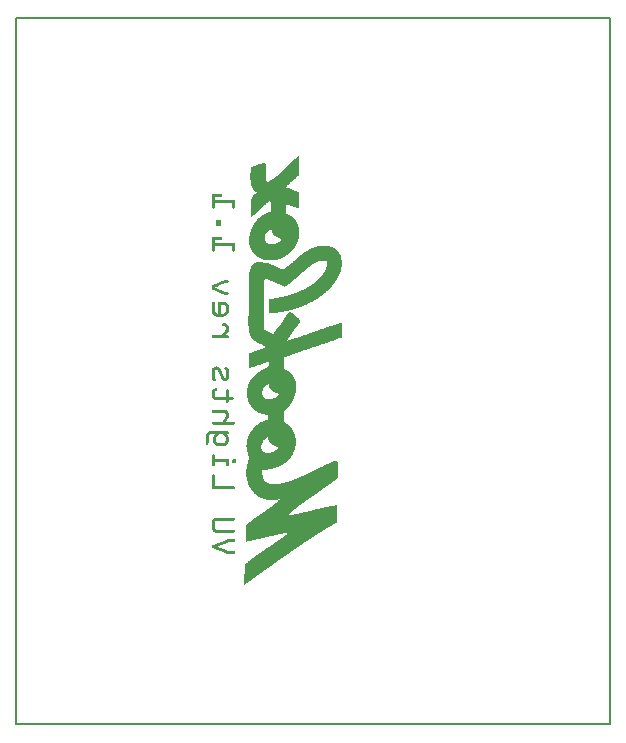
<source format=gbo>
G04 MADE WITH FRITZING*
G04 WWW.FRITZING.ORG*
G04 DOUBLE SIDED*
G04 HOLES PLATED*
G04 CONTOUR ON CENTER OF CONTOUR VECTOR*
%ASAXBY*%
%FSLAX23Y23*%
%MOIN*%
%OFA0B0*%
%SFA1.0B1.0*%
%ADD10R,1.987460X2.360090X1.971460X2.344090*%
%ADD11C,0.008000*%
%ADD12R,0.001000X0.001000*%
%LNSILK0*%
G90*
G70*
G54D11*
X4Y2356D02*
X1983Y2356D01*
X1983Y4D01*
X4Y4D01*
X4Y2356D01*
D02*
G54D12*
X946Y1897D02*
X946Y1897D01*
X945Y1896D02*
X946Y1896D01*
X944Y1895D02*
X947Y1895D01*
X942Y1894D02*
X947Y1894D01*
X941Y1893D02*
X947Y1893D01*
X939Y1892D02*
X947Y1892D01*
X938Y1891D02*
X947Y1891D01*
X937Y1890D02*
X947Y1890D01*
X936Y1889D02*
X947Y1889D01*
X934Y1888D02*
X947Y1888D01*
X933Y1887D02*
X947Y1887D01*
X932Y1886D02*
X947Y1886D01*
X931Y1885D02*
X947Y1885D01*
X930Y1884D02*
X947Y1884D01*
X929Y1883D02*
X947Y1883D01*
X928Y1882D02*
X947Y1882D01*
X926Y1881D02*
X947Y1881D01*
X925Y1880D02*
X947Y1880D01*
X924Y1879D02*
X947Y1879D01*
X923Y1878D02*
X947Y1878D01*
X922Y1877D02*
X947Y1877D01*
X921Y1876D02*
X947Y1876D01*
X832Y1875D02*
X834Y1875D01*
X920Y1875D02*
X947Y1875D01*
X827Y1874D02*
X834Y1874D01*
X919Y1874D02*
X947Y1874D01*
X823Y1873D02*
X834Y1873D01*
X918Y1873D02*
X947Y1873D01*
X820Y1872D02*
X835Y1872D01*
X917Y1872D02*
X947Y1872D01*
X817Y1871D02*
X835Y1871D01*
X916Y1871D02*
X947Y1871D01*
X814Y1870D02*
X835Y1870D01*
X915Y1870D02*
X947Y1870D01*
X812Y1869D02*
X835Y1869D01*
X914Y1869D02*
X947Y1869D01*
X809Y1868D02*
X835Y1868D01*
X913Y1868D02*
X947Y1868D01*
X806Y1867D02*
X835Y1867D01*
X912Y1867D02*
X947Y1867D01*
X803Y1866D02*
X835Y1866D01*
X911Y1866D02*
X947Y1866D01*
X801Y1865D02*
X835Y1865D01*
X910Y1865D02*
X947Y1865D01*
X798Y1864D02*
X836Y1864D01*
X909Y1864D02*
X946Y1864D01*
X795Y1863D02*
X836Y1863D01*
X908Y1863D02*
X946Y1863D01*
X792Y1862D02*
X836Y1862D01*
X907Y1862D02*
X946Y1862D01*
X788Y1861D02*
X836Y1861D01*
X906Y1861D02*
X946Y1861D01*
X787Y1860D02*
X836Y1860D01*
X905Y1860D02*
X946Y1860D01*
X787Y1859D02*
X836Y1859D01*
X904Y1859D02*
X946Y1859D01*
X786Y1858D02*
X836Y1858D01*
X903Y1858D02*
X946Y1858D01*
X786Y1857D02*
X836Y1857D01*
X902Y1857D02*
X946Y1857D01*
X786Y1856D02*
X836Y1856D01*
X901Y1856D02*
X946Y1856D01*
X786Y1855D02*
X835Y1855D01*
X900Y1855D02*
X946Y1855D01*
X786Y1854D02*
X835Y1854D01*
X899Y1854D02*
X946Y1854D01*
X786Y1853D02*
X835Y1853D01*
X898Y1853D02*
X946Y1853D01*
X786Y1852D02*
X835Y1852D01*
X897Y1852D02*
X946Y1852D01*
X786Y1851D02*
X835Y1851D01*
X896Y1851D02*
X946Y1851D01*
X786Y1850D02*
X835Y1850D01*
X895Y1850D02*
X946Y1850D01*
X786Y1849D02*
X835Y1849D01*
X894Y1849D02*
X946Y1849D01*
X786Y1848D02*
X835Y1848D01*
X893Y1848D02*
X946Y1848D01*
X786Y1847D02*
X835Y1847D01*
X892Y1847D02*
X946Y1847D01*
X786Y1846D02*
X835Y1846D01*
X891Y1846D02*
X946Y1846D01*
X786Y1845D02*
X835Y1845D01*
X890Y1845D02*
X946Y1845D01*
X786Y1844D02*
X835Y1844D01*
X889Y1844D02*
X946Y1844D01*
X786Y1843D02*
X835Y1843D01*
X888Y1843D02*
X946Y1843D01*
X786Y1842D02*
X835Y1842D01*
X887Y1842D02*
X946Y1842D01*
X786Y1841D02*
X835Y1841D01*
X886Y1841D02*
X946Y1841D01*
X786Y1840D02*
X835Y1840D01*
X885Y1840D02*
X946Y1840D01*
X785Y1839D02*
X835Y1839D01*
X884Y1839D02*
X946Y1839D01*
X785Y1838D02*
X835Y1838D01*
X883Y1838D02*
X946Y1838D01*
X785Y1837D02*
X835Y1837D01*
X882Y1837D02*
X946Y1837D01*
X785Y1836D02*
X835Y1836D01*
X880Y1836D02*
X946Y1836D01*
X785Y1835D02*
X835Y1835D01*
X879Y1835D02*
X946Y1835D01*
X785Y1834D02*
X835Y1834D01*
X878Y1834D02*
X946Y1834D01*
X785Y1833D02*
X835Y1833D01*
X877Y1833D02*
X945Y1833D01*
X785Y1832D02*
X835Y1832D01*
X876Y1832D02*
X944Y1832D01*
X785Y1831D02*
X835Y1831D01*
X874Y1831D02*
X943Y1831D01*
X785Y1830D02*
X835Y1830D01*
X873Y1830D02*
X942Y1830D01*
X785Y1829D02*
X835Y1829D01*
X872Y1829D02*
X941Y1829D01*
X785Y1828D02*
X835Y1828D01*
X871Y1828D02*
X940Y1828D01*
X785Y1827D02*
X835Y1827D01*
X869Y1827D02*
X939Y1827D01*
X785Y1826D02*
X835Y1826D01*
X868Y1826D02*
X938Y1826D01*
X785Y1825D02*
X835Y1825D01*
X867Y1825D02*
X937Y1825D01*
X785Y1824D02*
X835Y1824D01*
X865Y1824D02*
X936Y1824D01*
X785Y1823D02*
X836Y1823D01*
X864Y1823D02*
X935Y1823D01*
X785Y1822D02*
X836Y1822D01*
X862Y1822D02*
X934Y1822D01*
X785Y1821D02*
X836Y1821D01*
X861Y1821D02*
X933Y1821D01*
X785Y1820D02*
X836Y1820D01*
X859Y1820D02*
X931Y1820D01*
X785Y1819D02*
X836Y1819D01*
X858Y1819D02*
X930Y1819D01*
X786Y1818D02*
X837Y1818D01*
X856Y1818D02*
X929Y1818D01*
X786Y1817D02*
X837Y1817D01*
X854Y1817D02*
X928Y1817D01*
X786Y1816D02*
X838Y1816D01*
X852Y1816D02*
X926Y1816D01*
X786Y1815D02*
X838Y1815D01*
X851Y1815D02*
X925Y1815D01*
X786Y1814D02*
X839Y1814D01*
X849Y1814D02*
X924Y1814D01*
X786Y1813D02*
X839Y1813D01*
X846Y1813D02*
X923Y1813D01*
X786Y1812D02*
X840Y1812D01*
X844Y1812D02*
X922Y1812D01*
X786Y1811D02*
X920Y1811D01*
X786Y1810D02*
X919Y1810D01*
X786Y1809D02*
X918Y1809D01*
X787Y1808D02*
X917Y1808D01*
X787Y1807D02*
X916Y1807D01*
X787Y1806D02*
X915Y1806D01*
X787Y1805D02*
X914Y1805D01*
X787Y1804D02*
X913Y1804D01*
X787Y1803D02*
X912Y1803D01*
X788Y1802D02*
X911Y1802D01*
X788Y1801D02*
X910Y1801D01*
X788Y1800D02*
X909Y1800D01*
X788Y1799D02*
X908Y1799D01*
X789Y1798D02*
X907Y1798D01*
X789Y1797D02*
X907Y1797D01*
X790Y1796D02*
X906Y1796D01*
X790Y1795D02*
X905Y1795D01*
X790Y1794D02*
X905Y1794D01*
X791Y1793D02*
X904Y1793D01*
X791Y1792D02*
X905Y1792D01*
X792Y1791D02*
X908Y1791D01*
X792Y1790D02*
X912Y1790D01*
X793Y1789D02*
X915Y1789D01*
X793Y1788D02*
X918Y1788D01*
X794Y1787D02*
X920Y1787D01*
X795Y1786D02*
X923Y1786D01*
X795Y1785D02*
X926Y1785D01*
X796Y1784D02*
X928Y1784D01*
X797Y1783D02*
X930Y1783D01*
X798Y1782D02*
X933Y1782D01*
X799Y1781D02*
X935Y1781D01*
X800Y1780D02*
X937Y1780D01*
X802Y1779D02*
X939Y1779D01*
X803Y1778D02*
X942Y1778D01*
X805Y1777D02*
X944Y1777D01*
X806Y1776D02*
X946Y1776D01*
X806Y1775D02*
X946Y1775D01*
X804Y1774D02*
X946Y1774D01*
X803Y1773D02*
X946Y1773D01*
X660Y1772D02*
X688Y1772D01*
X801Y1772D02*
X946Y1772D01*
X659Y1771D02*
X690Y1771D01*
X800Y1771D02*
X946Y1771D01*
X658Y1770D02*
X690Y1770D01*
X799Y1770D02*
X946Y1770D01*
X657Y1769D02*
X691Y1769D01*
X798Y1769D02*
X946Y1769D01*
X657Y1768D02*
X691Y1768D01*
X797Y1768D02*
X946Y1768D01*
X657Y1767D02*
X691Y1767D01*
X796Y1767D02*
X946Y1767D01*
X657Y1766D02*
X691Y1766D01*
X795Y1766D02*
X946Y1766D01*
X657Y1765D02*
X691Y1765D01*
X794Y1765D02*
X946Y1765D01*
X657Y1764D02*
X690Y1764D01*
X794Y1764D02*
X946Y1764D01*
X657Y1763D02*
X689Y1763D01*
X793Y1763D02*
X946Y1763D01*
X657Y1762D02*
X666Y1762D01*
X792Y1762D02*
X946Y1762D01*
X657Y1761D02*
X666Y1761D01*
X792Y1761D02*
X946Y1761D01*
X657Y1760D02*
X666Y1760D01*
X791Y1760D02*
X946Y1760D01*
X657Y1759D02*
X666Y1759D01*
X791Y1759D02*
X946Y1759D01*
X657Y1758D02*
X666Y1758D01*
X790Y1758D02*
X946Y1758D01*
X657Y1757D02*
X666Y1757D01*
X790Y1757D02*
X946Y1757D01*
X657Y1756D02*
X666Y1756D01*
X790Y1756D02*
X946Y1756D01*
X657Y1755D02*
X666Y1755D01*
X789Y1755D02*
X946Y1755D01*
X657Y1754D02*
X666Y1754D01*
X789Y1754D02*
X946Y1754D01*
X657Y1753D02*
X666Y1753D01*
X789Y1753D02*
X946Y1753D01*
X657Y1752D02*
X734Y1752D01*
X788Y1752D02*
X946Y1752D01*
X657Y1751D02*
X734Y1751D01*
X788Y1751D02*
X946Y1751D01*
X657Y1750D02*
X734Y1750D01*
X788Y1750D02*
X946Y1750D01*
X657Y1749D02*
X734Y1749D01*
X787Y1749D02*
X946Y1749D01*
X657Y1748D02*
X734Y1748D01*
X787Y1748D02*
X946Y1748D01*
X657Y1747D02*
X734Y1747D01*
X787Y1747D02*
X849Y1747D01*
X852Y1747D02*
X946Y1747D01*
X657Y1746D02*
X734Y1746D01*
X787Y1746D02*
X847Y1746D01*
X852Y1746D02*
X946Y1746D01*
X657Y1745D02*
X734Y1745D01*
X787Y1745D02*
X846Y1745D01*
X852Y1745D02*
X946Y1745D01*
X657Y1744D02*
X734Y1744D01*
X787Y1744D02*
X845Y1744D01*
X853Y1744D02*
X946Y1744D01*
X657Y1743D02*
X734Y1743D01*
X787Y1743D02*
X843Y1743D01*
X853Y1743D02*
X946Y1743D01*
X657Y1742D02*
X666Y1742D01*
X725Y1742D02*
X734Y1742D01*
X786Y1742D02*
X842Y1742D01*
X853Y1742D02*
X946Y1742D01*
X657Y1741D02*
X666Y1741D01*
X725Y1741D02*
X734Y1741D01*
X786Y1741D02*
X841Y1741D01*
X853Y1741D02*
X946Y1741D01*
X657Y1740D02*
X666Y1740D01*
X725Y1740D02*
X734Y1740D01*
X786Y1740D02*
X840Y1740D01*
X853Y1740D02*
X946Y1740D01*
X657Y1739D02*
X666Y1739D01*
X725Y1739D02*
X734Y1739D01*
X786Y1739D02*
X838Y1739D01*
X853Y1739D02*
X946Y1739D01*
X657Y1738D02*
X666Y1738D01*
X725Y1738D02*
X734Y1738D01*
X786Y1738D02*
X837Y1738D01*
X853Y1738D02*
X946Y1738D01*
X657Y1737D02*
X666Y1737D01*
X725Y1737D02*
X734Y1737D01*
X786Y1737D02*
X836Y1737D01*
X853Y1737D02*
X946Y1737D01*
X657Y1736D02*
X666Y1736D01*
X725Y1736D02*
X734Y1736D01*
X786Y1736D02*
X835Y1736D01*
X853Y1736D02*
X946Y1736D01*
X657Y1735D02*
X666Y1735D01*
X725Y1735D02*
X734Y1735D01*
X786Y1735D02*
X834Y1735D01*
X853Y1735D02*
X904Y1735D01*
X912Y1735D02*
X946Y1735D01*
X657Y1734D02*
X666Y1734D01*
X725Y1734D02*
X734Y1734D01*
X786Y1734D02*
X833Y1734D01*
X853Y1734D02*
X904Y1734D01*
X916Y1734D02*
X946Y1734D01*
X657Y1733D02*
X666Y1733D01*
X725Y1733D02*
X734Y1733D01*
X786Y1733D02*
X831Y1733D01*
X853Y1733D02*
X904Y1733D01*
X919Y1733D02*
X946Y1733D01*
X657Y1732D02*
X666Y1732D01*
X725Y1732D02*
X734Y1732D01*
X786Y1732D02*
X830Y1732D01*
X853Y1732D02*
X904Y1732D01*
X921Y1732D02*
X946Y1732D01*
X657Y1731D02*
X666Y1731D01*
X725Y1731D02*
X734Y1731D01*
X786Y1731D02*
X829Y1731D01*
X853Y1731D02*
X904Y1731D01*
X924Y1731D02*
X946Y1731D01*
X657Y1730D02*
X666Y1730D01*
X725Y1730D02*
X734Y1730D01*
X786Y1730D02*
X828Y1730D01*
X853Y1730D02*
X904Y1730D01*
X927Y1730D02*
X946Y1730D01*
X657Y1729D02*
X666Y1729D01*
X725Y1729D02*
X734Y1729D01*
X786Y1729D02*
X827Y1729D01*
X853Y1729D02*
X904Y1729D01*
X929Y1729D02*
X946Y1729D01*
X657Y1728D02*
X666Y1728D01*
X725Y1728D02*
X734Y1728D01*
X786Y1728D02*
X826Y1728D01*
X853Y1728D02*
X904Y1728D01*
X932Y1728D02*
X946Y1728D01*
X657Y1727D02*
X666Y1727D01*
X725Y1727D02*
X734Y1727D01*
X786Y1727D02*
X825Y1727D01*
X853Y1727D02*
X904Y1727D01*
X935Y1727D02*
X946Y1727D01*
X657Y1726D02*
X666Y1726D01*
X725Y1726D02*
X734Y1726D01*
X786Y1726D02*
X824Y1726D01*
X853Y1726D02*
X904Y1726D01*
X939Y1726D02*
X946Y1726D01*
X658Y1725D02*
X665Y1725D01*
X725Y1725D02*
X733Y1725D01*
X786Y1725D02*
X823Y1725D01*
X853Y1725D02*
X904Y1725D01*
X658Y1724D02*
X664Y1724D01*
X726Y1724D02*
X732Y1724D01*
X786Y1724D02*
X822Y1724D01*
X853Y1724D02*
X904Y1724D01*
X660Y1723D02*
X663Y1723D01*
X728Y1723D02*
X731Y1723D01*
X786Y1723D02*
X821Y1723D01*
X853Y1723D02*
X904Y1723D01*
X786Y1722D02*
X820Y1722D01*
X853Y1722D02*
X904Y1722D01*
X786Y1721D02*
X819Y1721D01*
X853Y1721D02*
X904Y1721D01*
X786Y1720D02*
X818Y1720D01*
X853Y1720D02*
X904Y1720D01*
X786Y1719D02*
X817Y1719D01*
X853Y1719D02*
X904Y1719D01*
X786Y1718D02*
X816Y1718D01*
X853Y1718D02*
X904Y1718D01*
X786Y1717D02*
X814Y1717D01*
X853Y1717D02*
X904Y1717D01*
X786Y1716D02*
X813Y1716D01*
X853Y1716D02*
X904Y1716D01*
X786Y1715D02*
X812Y1715D01*
X853Y1715D02*
X904Y1715D01*
X786Y1714D02*
X811Y1714D01*
X853Y1714D02*
X904Y1714D01*
X786Y1713D02*
X810Y1713D01*
X853Y1713D02*
X904Y1713D01*
X786Y1712D02*
X809Y1712D01*
X853Y1712D02*
X904Y1712D01*
X786Y1711D02*
X808Y1711D01*
X852Y1711D02*
X904Y1711D01*
X786Y1710D02*
X807Y1710D01*
X848Y1710D02*
X904Y1710D01*
X786Y1709D02*
X806Y1709D01*
X844Y1709D02*
X904Y1709D01*
X786Y1708D02*
X805Y1708D01*
X841Y1708D02*
X904Y1708D01*
X786Y1707D02*
X804Y1707D01*
X839Y1707D02*
X904Y1707D01*
X786Y1706D02*
X803Y1706D01*
X836Y1706D02*
X904Y1706D01*
X786Y1705D02*
X802Y1705D01*
X834Y1705D02*
X905Y1705D01*
X786Y1704D02*
X800Y1704D01*
X832Y1704D02*
X908Y1704D01*
X786Y1703D02*
X799Y1703D01*
X831Y1703D02*
X910Y1703D01*
X786Y1702D02*
X798Y1702D01*
X829Y1702D02*
X912Y1702D01*
X786Y1701D02*
X797Y1701D01*
X827Y1701D02*
X914Y1701D01*
X786Y1700D02*
X796Y1700D01*
X826Y1700D02*
X916Y1700D01*
X786Y1699D02*
X794Y1699D01*
X824Y1699D02*
X918Y1699D01*
X786Y1698D02*
X793Y1698D01*
X823Y1698D02*
X919Y1698D01*
X786Y1697D02*
X792Y1697D01*
X821Y1697D02*
X921Y1697D01*
X787Y1696D02*
X790Y1696D01*
X820Y1696D02*
X922Y1696D01*
X787Y1695D02*
X789Y1695D01*
X819Y1695D02*
X923Y1695D01*
X787Y1694D02*
X787Y1694D01*
X818Y1694D02*
X925Y1694D01*
X817Y1693D02*
X926Y1693D01*
X815Y1692D02*
X927Y1692D01*
X814Y1691D02*
X928Y1691D01*
X813Y1690D02*
X929Y1690D01*
X812Y1689D02*
X930Y1689D01*
X811Y1688D02*
X931Y1688D01*
X810Y1687D02*
X932Y1687D01*
X809Y1686D02*
X933Y1686D01*
X673Y1685D02*
X684Y1685D01*
X808Y1685D02*
X933Y1685D01*
X671Y1684D02*
X685Y1684D01*
X807Y1684D02*
X934Y1684D01*
X670Y1683D02*
X686Y1683D01*
X807Y1683D02*
X935Y1683D01*
X670Y1682D02*
X687Y1682D01*
X806Y1682D02*
X936Y1682D01*
X670Y1681D02*
X687Y1681D01*
X805Y1681D02*
X936Y1681D01*
X670Y1680D02*
X687Y1680D01*
X804Y1680D02*
X937Y1680D01*
X670Y1679D02*
X687Y1679D01*
X803Y1679D02*
X937Y1679D01*
X670Y1678D02*
X687Y1678D01*
X803Y1678D02*
X938Y1678D01*
X670Y1677D02*
X687Y1677D01*
X802Y1677D02*
X939Y1677D01*
X670Y1676D02*
X687Y1676D01*
X801Y1676D02*
X939Y1676D01*
X670Y1675D02*
X687Y1675D01*
X800Y1675D02*
X940Y1675D01*
X670Y1674D02*
X687Y1674D01*
X800Y1674D02*
X940Y1674D01*
X670Y1673D02*
X687Y1673D01*
X799Y1673D02*
X941Y1673D01*
X670Y1672D02*
X687Y1672D01*
X798Y1672D02*
X941Y1672D01*
X670Y1671D02*
X687Y1671D01*
X798Y1671D02*
X941Y1671D01*
X670Y1670D02*
X687Y1670D01*
X797Y1670D02*
X942Y1670D01*
X670Y1669D02*
X687Y1669D01*
X796Y1669D02*
X942Y1669D01*
X670Y1668D02*
X686Y1668D01*
X796Y1668D02*
X943Y1668D01*
X671Y1667D02*
X686Y1667D01*
X795Y1667D02*
X943Y1667D01*
X672Y1666D02*
X685Y1666D01*
X795Y1666D02*
X943Y1666D01*
X794Y1665D02*
X944Y1665D01*
X794Y1664D02*
X944Y1664D01*
X793Y1663D02*
X944Y1663D01*
X792Y1662D02*
X944Y1662D01*
X792Y1661D02*
X945Y1661D01*
X792Y1660D02*
X945Y1660D01*
X791Y1659D02*
X945Y1659D01*
X791Y1658D02*
X945Y1658D01*
X790Y1657D02*
X945Y1657D01*
X790Y1656D02*
X946Y1656D01*
X789Y1655D02*
X946Y1655D01*
X789Y1654D02*
X946Y1654D01*
X788Y1653D02*
X852Y1653D01*
X855Y1653D02*
X946Y1653D01*
X788Y1652D02*
X850Y1652D01*
X855Y1652D02*
X946Y1652D01*
X788Y1651D02*
X849Y1651D01*
X855Y1651D02*
X946Y1651D01*
X787Y1650D02*
X847Y1650D01*
X855Y1650D02*
X946Y1650D01*
X787Y1649D02*
X846Y1649D01*
X856Y1649D02*
X947Y1649D01*
X787Y1648D02*
X844Y1648D01*
X856Y1648D02*
X947Y1648D01*
X786Y1647D02*
X843Y1647D01*
X856Y1647D02*
X947Y1647D01*
X786Y1646D02*
X842Y1646D01*
X856Y1646D02*
X947Y1646D01*
X786Y1645D02*
X841Y1645D01*
X857Y1645D02*
X947Y1645D01*
X785Y1644D02*
X840Y1644D01*
X857Y1644D02*
X947Y1644D01*
X785Y1643D02*
X839Y1643D01*
X858Y1643D02*
X947Y1643D01*
X785Y1642D02*
X838Y1642D01*
X858Y1642D02*
X947Y1642D01*
X784Y1641D02*
X837Y1641D01*
X859Y1641D02*
X947Y1641D01*
X784Y1640D02*
X836Y1640D01*
X859Y1640D02*
X947Y1640D01*
X784Y1639D02*
X836Y1639D01*
X860Y1639D02*
X947Y1639D01*
X784Y1638D02*
X835Y1638D01*
X861Y1638D02*
X947Y1638D01*
X783Y1637D02*
X835Y1637D01*
X861Y1637D02*
X947Y1637D01*
X783Y1636D02*
X834Y1636D01*
X862Y1636D02*
X947Y1636D01*
X783Y1635D02*
X834Y1635D01*
X863Y1635D02*
X947Y1635D01*
X783Y1634D02*
X833Y1634D01*
X864Y1634D02*
X947Y1634D01*
X783Y1633D02*
X833Y1633D01*
X865Y1633D02*
X947Y1633D01*
X782Y1632D02*
X833Y1632D01*
X867Y1632D02*
X946Y1632D01*
X782Y1631D02*
X832Y1631D01*
X868Y1631D02*
X946Y1631D01*
X782Y1630D02*
X832Y1630D01*
X870Y1630D02*
X946Y1630D01*
X782Y1629D02*
X832Y1629D01*
X871Y1629D02*
X946Y1629D01*
X660Y1628D02*
X688Y1628D01*
X782Y1628D02*
X832Y1628D01*
X873Y1628D02*
X946Y1628D01*
X659Y1627D02*
X690Y1627D01*
X782Y1627D02*
X832Y1627D01*
X875Y1627D02*
X946Y1627D01*
X658Y1626D02*
X690Y1626D01*
X782Y1626D02*
X832Y1626D01*
X877Y1626D02*
X946Y1626D01*
X657Y1625D02*
X691Y1625D01*
X781Y1625D02*
X832Y1625D01*
X880Y1625D02*
X945Y1625D01*
X657Y1624D02*
X691Y1624D01*
X781Y1624D02*
X832Y1624D01*
X882Y1624D02*
X945Y1624D01*
X657Y1623D02*
X691Y1623D01*
X781Y1623D02*
X832Y1623D01*
X884Y1623D02*
X945Y1623D01*
X657Y1622D02*
X691Y1622D01*
X781Y1622D02*
X832Y1622D01*
X887Y1622D02*
X945Y1622D01*
X657Y1621D02*
X691Y1621D01*
X781Y1621D02*
X832Y1621D01*
X889Y1621D02*
X945Y1621D01*
X657Y1620D02*
X690Y1620D01*
X781Y1620D02*
X832Y1620D01*
X890Y1620D02*
X944Y1620D01*
X657Y1619D02*
X689Y1619D01*
X781Y1619D02*
X832Y1619D01*
X889Y1619D02*
X944Y1619D01*
X657Y1618D02*
X666Y1618D01*
X781Y1618D02*
X832Y1618D01*
X888Y1618D02*
X944Y1618D01*
X657Y1617D02*
X666Y1617D01*
X781Y1617D02*
X833Y1617D01*
X887Y1617D02*
X944Y1617D01*
X657Y1616D02*
X666Y1616D01*
X781Y1616D02*
X833Y1616D01*
X886Y1616D02*
X943Y1616D01*
X657Y1615D02*
X666Y1615D01*
X781Y1615D02*
X834Y1615D01*
X885Y1615D02*
X943Y1615D01*
X657Y1614D02*
X666Y1614D01*
X781Y1614D02*
X834Y1614D01*
X884Y1614D02*
X943Y1614D01*
X657Y1613D02*
X666Y1613D01*
X781Y1613D02*
X835Y1613D01*
X883Y1613D02*
X942Y1613D01*
X657Y1612D02*
X666Y1612D01*
X781Y1612D02*
X835Y1612D01*
X882Y1612D02*
X942Y1612D01*
X657Y1611D02*
X666Y1611D01*
X781Y1611D02*
X836Y1611D01*
X881Y1611D02*
X942Y1611D01*
X657Y1610D02*
X666Y1610D01*
X781Y1610D02*
X837Y1610D01*
X879Y1610D02*
X941Y1610D01*
X657Y1609D02*
X666Y1609D01*
X782Y1609D02*
X838Y1609D01*
X877Y1609D02*
X941Y1609D01*
X657Y1608D02*
X734Y1608D01*
X782Y1608D02*
X839Y1608D01*
X876Y1608D02*
X940Y1608D01*
X657Y1607D02*
X734Y1607D01*
X782Y1607D02*
X840Y1607D01*
X873Y1607D02*
X940Y1607D01*
X657Y1606D02*
X734Y1606D01*
X782Y1606D02*
X842Y1606D01*
X871Y1606D02*
X939Y1606D01*
X657Y1605D02*
X734Y1605D01*
X782Y1605D02*
X844Y1605D01*
X868Y1605D02*
X939Y1605D01*
X657Y1604D02*
X734Y1604D01*
X782Y1604D02*
X848Y1604D01*
X864Y1604D02*
X939Y1604D01*
X657Y1603D02*
X734Y1603D01*
X782Y1603D02*
X938Y1603D01*
X657Y1602D02*
X734Y1602D01*
X783Y1602D02*
X937Y1602D01*
X657Y1601D02*
X734Y1601D01*
X783Y1601D02*
X937Y1601D01*
X657Y1600D02*
X734Y1600D01*
X783Y1600D02*
X936Y1600D01*
X657Y1599D02*
X734Y1599D01*
X783Y1599D02*
X936Y1599D01*
X657Y1598D02*
X666Y1598D01*
X725Y1598D02*
X734Y1598D01*
X784Y1598D02*
X935Y1598D01*
X1016Y1598D02*
X1042Y1598D01*
X657Y1597D02*
X666Y1597D01*
X725Y1597D02*
X734Y1597D01*
X784Y1597D02*
X935Y1597D01*
X1010Y1597D02*
X1047Y1597D01*
X657Y1596D02*
X666Y1596D01*
X725Y1596D02*
X734Y1596D01*
X784Y1596D02*
X934Y1596D01*
X1006Y1596D02*
X1051Y1596D01*
X657Y1595D02*
X666Y1595D01*
X725Y1595D02*
X734Y1595D01*
X784Y1595D02*
X933Y1595D01*
X1002Y1595D02*
X1054Y1595D01*
X657Y1594D02*
X666Y1594D01*
X725Y1594D02*
X734Y1594D01*
X785Y1594D02*
X933Y1594D01*
X999Y1594D02*
X1056Y1594D01*
X657Y1593D02*
X666Y1593D01*
X725Y1593D02*
X734Y1593D01*
X785Y1593D02*
X932Y1593D01*
X996Y1593D02*
X1059Y1593D01*
X657Y1592D02*
X666Y1592D01*
X725Y1592D02*
X734Y1592D01*
X786Y1592D02*
X932Y1592D01*
X994Y1592D02*
X1061Y1592D01*
X657Y1591D02*
X666Y1591D01*
X725Y1591D02*
X734Y1591D01*
X786Y1591D02*
X931Y1591D01*
X991Y1591D02*
X1063Y1591D01*
X657Y1590D02*
X666Y1590D01*
X725Y1590D02*
X734Y1590D01*
X786Y1590D02*
X930Y1590D01*
X989Y1590D02*
X1064Y1590D01*
X657Y1589D02*
X666Y1589D01*
X725Y1589D02*
X734Y1589D01*
X787Y1589D02*
X929Y1589D01*
X987Y1589D02*
X1066Y1589D01*
X657Y1588D02*
X666Y1588D01*
X725Y1588D02*
X734Y1588D01*
X787Y1588D02*
X929Y1588D01*
X985Y1588D02*
X1067Y1588D01*
X657Y1587D02*
X666Y1587D01*
X725Y1587D02*
X734Y1587D01*
X788Y1587D02*
X928Y1587D01*
X983Y1587D02*
X1069Y1587D01*
X657Y1586D02*
X666Y1586D01*
X725Y1586D02*
X734Y1586D01*
X788Y1586D02*
X927Y1586D01*
X981Y1586D02*
X1070Y1586D01*
X657Y1585D02*
X666Y1585D01*
X725Y1585D02*
X734Y1585D01*
X789Y1585D02*
X926Y1585D01*
X979Y1585D02*
X1071Y1585D01*
X657Y1584D02*
X666Y1584D01*
X725Y1584D02*
X734Y1584D01*
X789Y1584D02*
X925Y1584D01*
X978Y1584D02*
X1072Y1584D01*
X657Y1583D02*
X666Y1583D01*
X725Y1583D02*
X734Y1583D01*
X790Y1583D02*
X924Y1583D01*
X976Y1583D02*
X1073Y1583D01*
X657Y1582D02*
X666Y1582D01*
X725Y1582D02*
X734Y1582D01*
X790Y1582D02*
X923Y1582D01*
X974Y1582D02*
X1074Y1582D01*
X658Y1581D02*
X665Y1581D01*
X725Y1581D02*
X733Y1581D01*
X791Y1581D02*
X923Y1581D01*
X973Y1581D02*
X1075Y1581D01*
X658Y1580D02*
X664Y1580D01*
X726Y1580D02*
X732Y1580D01*
X792Y1580D02*
X922Y1580D01*
X971Y1580D02*
X1076Y1580D01*
X660Y1579D02*
X663Y1579D01*
X728Y1579D02*
X731Y1579D01*
X792Y1579D02*
X921Y1579D01*
X970Y1579D02*
X1077Y1579D01*
X793Y1578D02*
X920Y1578D01*
X968Y1578D02*
X1078Y1578D01*
X794Y1577D02*
X919Y1577D01*
X967Y1577D02*
X1079Y1577D01*
X795Y1576D02*
X917Y1576D01*
X965Y1576D02*
X1079Y1576D01*
X795Y1575D02*
X916Y1575D01*
X964Y1575D02*
X1080Y1575D01*
X796Y1574D02*
X915Y1574D01*
X963Y1574D02*
X1081Y1574D01*
X797Y1573D02*
X914Y1573D01*
X961Y1573D02*
X1081Y1573D01*
X798Y1572D02*
X913Y1572D01*
X960Y1572D02*
X1082Y1572D01*
X799Y1571D02*
X911Y1571D01*
X959Y1571D02*
X1082Y1571D01*
X800Y1570D02*
X910Y1570D01*
X957Y1570D02*
X1083Y1570D01*
X801Y1569D02*
X909Y1569D01*
X956Y1569D02*
X1083Y1569D01*
X802Y1568D02*
X907Y1568D01*
X955Y1568D02*
X1084Y1568D01*
X803Y1567D02*
X906Y1567D01*
X954Y1567D02*
X1084Y1567D01*
X805Y1566D02*
X904Y1566D01*
X952Y1566D02*
X1085Y1566D01*
X806Y1565D02*
X903Y1565D01*
X951Y1565D02*
X1085Y1565D01*
X807Y1564D02*
X901Y1564D01*
X950Y1564D02*
X1085Y1564D01*
X808Y1563D02*
X899Y1563D01*
X949Y1563D02*
X1086Y1563D01*
X810Y1562D02*
X898Y1562D01*
X948Y1562D02*
X1086Y1562D01*
X812Y1561D02*
X896Y1561D01*
X947Y1561D02*
X1087Y1561D01*
X813Y1560D02*
X894Y1560D01*
X945Y1560D02*
X1087Y1560D01*
X815Y1559D02*
X892Y1559D01*
X944Y1559D02*
X1087Y1559D01*
X817Y1558D02*
X889Y1558D01*
X943Y1558D02*
X1087Y1558D01*
X819Y1557D02*
X887Y1557D01*
X942Y1557D02*
X1088Y1557D01*
X821Y1556D02*
X885Y1556D01*
X941Y1556D02*
X1088Y1556D01*
X824Y1555D02*
X882Y1555D01*
X940Y1555D02*
X1088Y1555D01*
X826Y1554D02*
X879Y1554D01*
X938Y1554D02*
X1088Y1554D01*
X829Y1553D02*
X875Y1553D01*
X937Y1553D02*
X1088Y1553D01*
X833Y1552D02*
X871Y1552D01*
X936Y1552D02*
X1089Y1552D01*
X838Y1551D02*
X866Y1551D01*
X935Y1551D02*
X1089Y1551D01*
X847Y1550D02*
X857Y1550D01*
X934Y1550D02*
X1089Y1550D01*
X933Y1549D02*
X1089Y1549D01*
X932Y1548D02*
X1020Y1548D01*
X1033Y1548D02*
X1089Y1548D01*
X931Y1547D02*
X1014Y1547D01*
X1038Y1547D02*
X1089Y1547D01*
X929Y1546D02*
X1011Y1546D01*
X1040Y1546D02*
X1089Y1546D01*
X928Y1545D02*
X1008Y1545D01*
X1040Y1545D02*
X1089Y1545D01*
X927Y1544D02*
X1005Y1544D01*
X1040Y1544D02*
X1089Y1544D01*
X805Y1543D02*
X826Y1543D01*
X926Y1543D02*
X1003Y1543D01*
X1040Y1543D02*
X1089Y1543D01*
X803Y1542D02*
X833Y1542D01*
X925Y1542D02*
X1001Y1542D01*
X1040Y1542D02*
X1089Y1542D01*
X801Y1541D02*
X838Y1541D01*
X924Y1541D02*
X999Y1541D01*
X1040Y1541D02*
X1089Y1541D01*
X799Y1540D02*
X842Y1540D01*
X923Y1540D02*
X997Y1540D01*
X1040Y1540D02*
X1089Y1540D01*
X798Y1539D02*
X846Y1539D01*
X921Y1539D02*
X996Y1539D01*
X1040Y1539D02*
X1089Y1539D01*
X796Y1538D02*
X849Y1538D01*
X920Y1538D02*
X994Y1538D01*
X1040Y1538D02*
X1089Y1538D01*
X795Y1537D02*
X852Y1537D01*
X919Y1537D02*
X992Y1537D01*
X1040Y1537D02*
X1089Y1537D01*
X794Y1536D02*
X854Y1536D01*
X918Y1536D02*
X991Y1536D01*
X1040Y1536D02*
X1089Y1536D01*
X793Y1535D02*
X857Y1535D01*
X917Y1535D02*
X989Y1535D01*
X1040Y1535D02*
X1089Y1535D01*
X792Y1534D02*
X859Y1534D01*
X915Y1534D02*
X988Y1534D01*
X1040Y1534D02*
X1089Y1534D01*
X791Y1533D02*
X862Y1533D01*
X914Y1533D02*
X987Y1533D01*
X1040Y1533D02*
X1089Y1533D01*
X791Y1532D02*
X864Y1532D01*
X913Y1532D02*
X985Y1532D01*
X1040Y1532D02*
X1089Y1532D01*
X790Y1531D02*
X866Y1531D01*
X911Y1531D02*
X984Y1531D01*
X1040Y1531D02*
X1089Y1531D01*
X789Y1530D02*
X868Y1530D01*
X910Y1530D02*
X983Y1530D01*
X1040Y1530D02*
X1089Y1530D01*
X789Y1529D02*
X870Y1529D01*
X909Y1529D02*
X982Y1529D01*
X1040Y1529D02*
X1089Y1529D01*
X788Y1528D02*
X872Y1528D01*
X908Y1528D02*
X980Y1528D01*
X1039Y1528D02*
X1088Y1528D01*
X788Y1527D02*
X875Y1527D01*
X906Y1527D02*
X979Y1527D01*
X1039Y1527D02*
X1088Y1527D01*
X787Y1526D02*
X877Y1526D01*
X905Y1526D02*
X978Y1526D01*
X1039Y1526D02*
X1088Y1526D01*
X787Y1525D02*
X879Y1525D01*
X903Y1525D02*
X977Y1525D01*
X1039Y1525D02*
X1088Y1525D01*
X786Y1524D02*
X881Y1524D01*
X902Y1524D02*
X975Y1524D01*
X1038Y1524D02*
X1088Y1524D01*
X786Y1523D02*
X883Y1523D01*
X900Y1523D02*
X974Y1523D01*
X1038Y1523D02*
X1088Y1523D01*
X785Y1522D02*
X886Y1522D01*
X899Y1522D02*
X973Y1522D01*
X1038Y1522D02*
X1087Y1522D01*
X785Y1521D02*
X888Y1521D01*
X897Y1521D02*
X972Y1521D01*
X1037Y1521D02*
X1087Y1521D01*
X785Y1520D02*
X890Y1520D01*
X895Y1520D02*
X971Y1520D01*
X1037Y1520D02*
X1087Y1520D01*
X784Y1519D02*
X969Y1519D01*
X1037Y1519D02*
X1087Y1519D01*
X784Y1518D02*
X968Y1518D01*
X1036Y1518D02*
X1086Y1518D01*
X784Y1517D02*
X967Y1517D01*
X1036Y1517D02*
X1086Y1517D01*
X784Y1516D02*
X966Y1516D01*
X1035Y1516D02*
X1086Y1516D01*
X783Y1515D02*
X965Y1515D01*
X1035Y1515D02*
X1086Y1515D01*
X783Y1514D02*
X964Y1514D01*
X1034Y1514D02*
X1085Y1514D01*
X783Y1513D02*
X962Y1513D01*
X1034Y1513D02*
X1085Y1513D01*
X783Y1512D02*
X961Y1512D01*
X1033Y1512D02*
X1085Y1512D01*
X782Y1511D02*
X960Y1511D01*
X1033Y1511D02*
X1084Y1511D01*
X782Y1510D02*
X959Y1510D01*
X1032Y1510D02*
X1084Y1510D01*
X782Y1509D02*
X958Y1509D01*
X1031Y1509D02*
X1084Y1509D01*
X782Y1508D02*
X957Y1508D01*
X1031Y1508D02*
X1083Y1508D01*
X782Y1507D02*
X955Y1507D01*
X1030Y1507D02*
X1083Y1507D01*
X781Y1506D02*
X954Y1506D01*
X1029Y1506D02*
X1082Y1506D01*
X781Y1505D02*
X953Y1505D01*
X1029Y1505D02*
X1082Y1505D01*
X781Y1504D02*
X952Y1504D01*
X1028Y1504D02*
X1082Y1504D01*
X781Y1503D02*
X951Y1503D01*
X1027Y1503D02*
X1081Y1503D01*
X781Y1502D02*
X949Y1502D01*
X1027Y1502D02*
X1081Y1502D01*
X781Y1501D02*
X948Y1501D01*
X1026Y1501D02*
X1080Y1501D01*
X781Y1500D02*
X947Y1500D01*
X1025Y1500D02*
X1080Y1500D01*
X781Y1499D02*
X946Y1499D01*
X1024Y1499D02*
X1079Y1499D01*
X781Y1498D02*
X945Y1498D01*
X1023Y1498D02*
X1079Y1498D01*
X781Y1497D02*
X944Y1497D01*
X1023Y1497D02*
X1078Y1497D01*
X780Y1496D02*
X943Y1496D01*
X1022Y1496D02*
X1078Y1496D01*
X780Y1495D02*
X942Y1495D01*
X1021Y1495D02*
X1078Y1495D01*
X780Y1494D02*
X940Y1494D01*
X1020Y1494D02*
X1077Y1494D01*
X780Y1493D02*
X939Y1493D01*
X1019Y1493D02*
X1076Y1493D01*
X780Y1492D02*
X938Y1492D01*
X1018Y1492D02*
X1076Y1492D01*
X780Y1491D02*
X937Y1491D01*
X1017Y1491D02*
X1075Y1491D01*
X780Y1490D02*
X936Y1490D01*
X1016Y1490D02*
X1075Y1490D01*
X780Y1489D02*
X832Y1489D01*
X834Y1489D02*
X935Y1489D01*
X1015Y1489D02*
X1074Y1489D01*
X780Y1488D02*
X832Y1488D01*
X838Y1488D02*
X934Y1488D01*
X1014Y1488D02*
X1074Y1488D01*
X780Y1487D02*
X832Y1487D01*
X841Y1487D02*
X932Y1487D01*
X1013Y1487D02*
X1073Y1487D01*
X780Y1486D02*
X832Y1486D01*
X844Y1486D02*
X931Y1486D01*
X1012Y1486D02*
X1072Y1486D01*
X780Y1485D02*
X832Y1485D01*
X847Y1485D02*
X930Y1485D01*
X1011Y1485D02*
X1072Y1485D01*
X699Y1484D02*
X709Y1484D01*
X780Y1484D02*
X832Y1484D01*
X849Y1484D02*
X929Y1484D01*
X1010Y1484D02*
X1071Y1484D01*
X696Y1483D02*
X711Y1483D01*
X780Y1483D02*
X831Y1483D01*
X851Y1483D02*
X928Y1483D01*
X1009Y1483D02*
X1070Y1483D01*
X694Y1482D02*
X712Y1482D01*
X780Y1482D02*
X831Y1482D01*
X854Y1482D02*
X927Y1482D01*
X1008Y1482D02*
X1070Y1482D01*
X692Y1481D02*
X712Y1481D01*
X780Y1481D02*
X831Y1481D01*
X856Y1481D02*
X925Y1481D01*
X1007Y1481D02*
X1069Y1481D01*
X689Y1480D02*
X712Y1480D01*
X780Y1480D02*
X831Y1480D01*
X858Y1480D02*
X924Y1480D01*
X1006Y1480D02*
X1069Y1480D01*
X687Y1479D02*
X713Y1479D01*
X780Y1479D02*
X831Y1479D01*
X861Y1479D02*
X923Y1479D01*
X1004Y1479D02*
X1068Y1479D01*
X685Y1478D02*
X712Y1478D01*
X780Y1478D02*
X831Y1478D01*
X863Y1478D02*
X922Y1478D01*
X1003Y1478D02*
X1067Y1478D01*
X682Y1477D02*
X712Y1477D01*
X780Y1477D02*
X831Y1477D01*
X865Y1477D02*
X921Y1477D01*
X1002Y1477D02*
X1066Y1477D01*
X680Y1476D02*
X711Y1476D01*
X780Y1476D02*
X831Y1476D01*
X868Y1476D02*
X919Y1476D01*
X1001Y1476D02*
X1066Y1476D01*
X678Y1475D02*
X710Y1475D01*
X780Y1475D02*
X831Y1475D01*
X870Y1475D02*
X918Y1475D01*
X999Y1475D02*
X1065Y1475D01*
X676Y1474D02*
X700Y1474D01*
X780Y1474D02*
X831Y1474D01*
X872Y1474D02*
X917Y1474D01*
X998Y1474D02*
X1064Y1474D01*
X673Y1473D02*
X697Y1473D01*
X780Y1473D02*
X831Y1473D01*
X874Y1473D02*
X915Y1473D01*
X997Y1473D02*
X1063Y1473D01*
X671Y1472D02*
X695Y1472D01*
X780Y1472D02*
X831Y1472D01*
X876Y1472D02*
X914Y1472D01*
X995Y1472D02*
X1063Y1472D01*
X669Y1471D02*
X693Y1471D01*
X780Y1471D02*
X831Y1471D01*
X878Y1471D02*
X913Y1471D01*
X994Y1471D02*
X1062Y1471D01*
X666Y1470D02*
X691Y1470D01*
X780Y1470D02*
X831Y1470D01*
X881Y1470D02*
X911Y1470D01*
X993Y1470D02*
X1061Y1470D01*
X664Y1469D02*
X688Y1469D01*
X780Y1469D02*
X831Y1469D01*
X883Y1469D02*
X910Y1469D01*
X991Y1469D02*
X1060Y1469D01*
X662Y1468D02*
X686Y1468D01*
X780Y1468D02*
X831Y1468D01*
X885Y1468D02*
X908Y1468D01*
X990Y1468D02*
X1059Y1468D01*
X660Y1467D02*
X684Y1467D01*
X780Y1467D02*
X831Y1467D01*
X887Y1467D02*
X907Y1467D01*
X988Y1467D02*
X1059Y1467D01*
X658Y1466D02*
X681Y1466D01*
X780Y1466D02*
X831Y1466D01*
X890Y1466D02*
X905Y1466D01*
X987Y1466D02*
X1058Y1466D01*
X657Y1465D02*
X679Y1465D01*
X780Y1465D02*
X831Y1465D01*
X892Y1465D02*
X904Y1465D01*
X985Y1465D02*
X1057Y1465D01*
X657Y1464D02*
X677Y1464D01*
X780Y1464D02*
X831Y1464D01*
X894Y1464D02*
X902Y1464D01*
X984Y1464D02*
X1056Y1464D01*
X657Y1463D02*
X675Y1463D01*
X780Y1463D02*
X831Y1463D01*
X896Y1463D02*
X900Y1463D01*
X982Y1463D02*
X1055Y1463D01*
X657Y1462D02*
X672Y1462D01*
X780Y1462D02*
X831Y1462D01*
X899Y1462D02*
X899Y1462D01*
X980Y1462D02*
X1054Y1462D01*
X657Y1461D02*
X670Y1461D01*
X780Y1461D02*
X831Y1461D01*
X979Y1461D02*
X1053Y1461D01*
X657Y1460D02*
X668Y1460D01*
X780Y1460D02*
X831Y1460D01*
X977Y1460D02*
X1052Y1460D01*
X657Y1459D02*
X667Y1459D01*
X780Y1459D02*
X831Y1459D01*
X975Y1459D02*
X1052Y1459D01*
X657Y1458D02*
X669Y1458D01*
X780Y1458D02*
X830Y1458D01*
X973Y1458D02*
X1051Y1458D01*
X657Y1457D02*
X672Y1457D01*
X780Y1457D02*
X830Y1457D01*
X972Y1457D02*
X1050Y1457D01*
X657Y1456D02*
X674Y1456D01*
X780Y1456D02*
X830Y1456D01*
X970Y1456D02*
X1049Y1456D01*
X657Y1455D02*
X676Y1455D01*
X780Y1455D02*
X830Y1455D01*
X968Y1455D02*
X1048Y1455D01*
X657Y1454D02*
X678Y1454D01*
X780Y1454D02*
X830Y1454D01*
X966Y1454D02*
X1047Y1454D01*
X658Y1453D02*
X681Y1453D01*
X780Y1453D02*
X830Y1453D01*
X964Y1453D02*
X1046Y1453D01*
X659Y1452D02*
X683Y1452D01*
X780Y1452D02*
X830Y1452D01*
X962Y1452D02*
X1045Y1452D01*
X661Y1451D02*
X685Y1451D01*
X780Y1451D02*
X830Y1451D01*
X960Y1451D02*
X1044Y1451D01*
X664Y1450D02*
X688Y1450D01*
X780Y1450D02*
X830Y1450D01*
X958Y1450D02*
X1043Y1450D01*
X666Y1449D02*
X690Y1449D01*
X780Y1449D02*
X830Y1449D01*
X955Y1449D02*
X1042Y1449D01*
X668Y1448D02*
X692Y1448D01*
X781Y1448D02*
X830Y1448D01*
X953Y1448D02*
X1041Y1448D01*
X670Y1447D02*
X695Y1447D01*
X781Y1447D02*
X830Y1447D01*
X951Y1447D02*
X1039Y1447D01*
X673Y1446D02*
X697Y1446D01*
X781Y1446D02*
X830Y1446D01*
X949Y1446D02*
X1038Y1446D01*
X675Y1445D02*
X699Y1445D01*
X781Y1445D02*
X830Y1445D01*
X946Y1445D02*
X1037Y1445D01*
X677Y1444D02*
X710Y1444D01*
X781Y1444D02*
X830Y1444D01*
X944Y1444D02*
X1036Y1444D01*
X680Y1443D02*
X711Y1443D01*
X781Y1443D02*
X830Y1443D01*
X941Y1443D02*
X1035Y1443D01*
X682Y1442D02*
X712Y1442D01*
X781Y1442D02*
X830Y1442D01*
X939Y1442D02*
X1034Y1442D01*
X684Y1441D02*
X712Y1441D01*
X781Y1441D02*
X830Y1441D01*
X936Y1441D02*
X1033Y1441D01*
X686Y1440D02*
X713Y1440D01*
X781Y1440D02*
X830Y1440D01*
X933Y1440D02*
X1032Y1440D01*
X689Y1439D02*
X713Y1439D01*
X781Y1439D02*
X830Y1439D01*
X930Y1439D02*
X1030Y1439D01*
X691Y1438D02*
X712Y1438D01*
X781Y1438D02*
X830Y1438D01*
X927Y1438D02*
X1029Y1438D01*
X693Y1437D02*
X712Y1437D01*
X781Y1437D02*
X830Y1437D01*
X924Y1437D02*
X1028Y1437D01*
X696Y1436D02*
X711Y1436D01*
X781Y1436D02*
X830Y1436D01*
X921Y1436D02*
X1027Y1436D01*
X698Y1435D02*
X710Y1435D01*
X781Y1435D02*
X830Y1435D01*
X918Y1435D02*
X1025Y1435D01*
X781Y1434D02*
X830Y1434D01*
X915Y1434D02*
X1024Y1434D01*
X781Y1433D02*
X830Y1433D01*
X911Y1433D02*
X1023Y1433D01*
X781Y1432D02*
X830Y1432D01*
X908Y1432D02*
X1022Y1432D01*
X781Y1431D02*
X830Y1431D01*
X904Y1431D02*
X1020Y1431D01*
X781Y1430D02*
X830Y1430D01*
X900Y1430D02*
X1019Y1430D01*
X781Y1429D02*
X830Y1429D01*
X896Y1429D02*
X1017Y1429D01*
X781Y1428D02*
X830Y1428D01*
X891Y1428D02*
X1016Y1428D01*
X781Y1427D02*
X830Y1427D01*
X887Y1427D02*
X1015Y1427D01*
X781Y1426D02*
X830Y1426D01*
X881Y1426D02*
X1013Y1426D01*
X781Y1425D02*
X830Y1425D01*
X876Y1425D02*
X1012Y1425D01*
X781Y1424D02*
X830Y1424D01*
X870Y1424D02*
X1010Y1424D01*
X781Y1423D02*
X830Y1423D01*
X864Y1423D02*
X1009Y1423D01*
X781Y1422D02*
X830Y1422D01*
X856Y1422D02*
X1007Y1422D01*
X781Y1421D02*
X830Y1421D01*
X850Y1421D02*
X1006Y1421D01*
X781Y1420D02*
X830Y1420D01*
X849Y1420D02*
X1004Y1420D01*
X781Y1419D02*
X830Y1419D01*
X849Y1419D02*
X1002Y1419D01*
X781Y1418D02*
X830Y1418D01*
X849Y1418D02*
X1001Y1418D01*
X781Y1417D02*
X830Y1417D01*
X849Y1417D02*
X999Y1417D01*
X781Y1416D02*
X830Y1416D01*
X849Y1416D02*
X997Y1416D01*
X781Y1415D02*
X830Y1415D01*
X849Y1415D02*
X996Y1415D01*
X781Y1414D02*
X830Y1414D01*
X849Y1414D02*
X994Y1414D01*
X781Y1413D02*
X830Y1413D01*
X849Y1413D02*
X992Y1413D01*
X660Y1412D02*
X662Y1412D01*
X682Y1412D02*
X698Y1412D01*
X781Y1412D02*
X830Y1412D01*
X849Y1412D02*
X990Y1412D01*
X659Y1411D02*
X664Y1411D01*
X680Y1411D02*
X701Y1411D01*
X781Y1411D02*
X830Y1411D01*
X849Y1411D02*
X988Y1411D01*
X658Y1410D02*
X665Y1410D01*
X679Y1410D02*
X702Y1410D01*
X781Y1410D02*
X830Y1410D01*
X849Y1410D02*
X986Y1410D01*
X657Y1409D02*
X666Y1409D01*
X678Y1409D02*
X704Y1409D01*
X781Y1409D02*
X830Y1409D01*
X849Y1409D02*
X984Y1409D01*
X657Y1408D02*
X666Y1408D01*
X678Y1408D02*
X705Y1408D01*
X781Y1408D02*
X830Y1408D01*
X849Y1408D02*
X982Y1408D01*
X657Y1407D02*
X666Y1407D01*
X678Y1407D02*
X706Y1407D01*
X781Y1407D02*
X830Y1407D01*
X849Y1407D02*
X980Y1407D01*
X657Y1406D02*
X666Y1406D01*
X678Y1406D02*
X707Y1406D01*
X781Y1406D02*
X830Y1406D01*
X849Y1406D02*
X978Y1406D01*
X657Y1405D02*
X666Y1405D01*
X678Y1405D02*
X708Y1405D01*
X781Y1405D02*
X830Y1405D01*
X849Y1405D02*
X976Y1405D01*
X657Y1404D02*
X666Y1404D01*
X678Y1404D02*
X709Y1404D01*
X781Y1404D02*
X830Y1404D01*
X849Y1404D02*
X974Y1404D01*
X657Y1403D02*
X666Y1403D01*
X678Y1403D02*
X709Y1403D01*
X781Y1403D02*
X830Y1403D01*
X849Y1403D02*
X972Y1403D01*
X657Y1402D02*
X666Y1402D01*
X678Y1402D02*
X687Y1402D01*
X697Y1402D02*
X710Y1402D01*
X781Y1402D02*
X830Y1402D01*
X849Y1402D02*
X970Y1402D01*
X657Y1401D02*
X666Y1401D01*
X678Y1401D02*
X687Y1401D01*
X699Y1401D02*
X711Y1401D01*
X781Y1401D02*
X830Y1401D01*
X849Y1401D02*
X967Y1401D01*
X657Y1400D02*
X666Y1400D01*
X678Y1400D02*
X687Y1400D01*
X700Y1400D02*
X711Y1400D01*
X781Y1400D02*
X830Y1400D01*
X849Y1400D02*
X965Y1400D01*
X657Y1399D02*
X666Y1399D01*
X678Y1399D02*
X687Y1399D01*
X701Y1399D02*
X712Y1399D01*
X781Y1399D02*
X830Y1399D01*
X849Y1399D02*
X963Y1399D01*
X657Y1398D02*
X666Y1398D01*
X678Y1398D02*
X687Y1398D01*
X702Y1398D02*
X712Y1398D01*
X781Y1398D02*
X830Y1398D01*
X849Y1398D02*
X960Y1398D01*
X657Y1397D02*
X666Y1397D01*
X678Y1397D02*
X687Y1397D01*
X702Y1397D02*
X712Y1397D01*
X781Y1397D02*
X830Y1397D01*
X849Y1397D02*
X958Y1397D01*
X657Y1396D02*
X666Y1396D01*
X678Y1396D02*
X687Y1396D01*
X703Y1396D02*
X712Y1396D01*
X781Y1396D02*
X830Y1396D01*
X849Y1396D02*
X955Y1396D01*
X657Y1395D02*
X666Y1395D01*
X678Y1395D02*
X687Y1395D01*
X703Y1395D02*
X713Y1395D01*
X781Y1395D02*
X830Y1395D01*
X849Y1395D02*
X952Y1395D01*
X657Y1394D02*
X666Y1394D01*
X678Y1394D02*
X687Y1394D01*
X703Y1394D02*
X713Y1394D01*
X781Y1394D02*
X830Y1394D01*
X849Y1394D02*
X950Y1394D01*
X657Y1393D02*
X666Y1393D01*
X678Y1393D02*
X687Y1393D01*
X704Y1393D02*
X713Y1393D01*
X781Y1393D02*
X830Y1393D01*
X849Y1393D02*
X947Y1393D01*
X657Y1392D02*
X666Y1392D01*
X678Y1392D02*
X687Y1392D01*
X704Y1392D02*
X713Y1392D01*
X780Y1392D02*
X830Y1392D01*
X849Y1392D02*
X944Y1392D01*
X657Y1391D02*
X666Y1391D01*
X678Y1391D02*
X687Y1391D01*
X704Y1391D02*
X713Y1391D01*
X780Y1391D02*
X830Y1391D01*
X849Y1391D02*
X941Y1391D01*
X657Y1390D02*
X666Y1390D01*
X678Y1390D02*
X687Y1390D01*
X704Y1390D02*
X713Y1390D01*
X780Y1390D02*
X830Y1390D01*
X849Y1390D02*
X938Y1390D01*
X657Y1389D02*
X666Y1389D01*
X678Y1389D02*
X687Y1389D01*
X704Y1389D02*
X713Y1389D01*
X780Y1389D02*
X830Y1389D01*
X849Y1389D02*
X935Y1389D01*
X657Y1388D02*
X666Y1388D01*
X678Y1388D02*
X687Y1388D01*
X704Y1388D02*
X713Y1388D01*
X780Y1388D02*
X830Y1388D01*
X849Y1388D02*
X932Y1388D01*
X657Y1387D02*
X666Y1387D01*
X678Y1387D02*
X687Y1387D01*
X704Y1387D02*
X713Y1387D01*
X780Y1387D02*
X830Y1387D01*
X849Y1387D02*
X928Y1387D01*
X657Y1386D02*
X666Y1386D01*
X678Y1386D02*
X687Y1386D01*
X704Y1386D02*
X713Y1386D01*
X780Y1386D02*
X830Y1386D01*
X849Y1386D02*
X925Y1386D01*
X657Y1385D02*
X666Y1385D01*
X678Y1385D02*
X687Y1385D01*
X704Y1385D02*
X713Y1385D01*
X780Y1385D02*
X830Y1385D01*
X849Y1385D02*
X921Y1385D01*
X657Y1384D02*
X666Y1384D01*
X678Y1384D02*
X687Y1384D01*
X704Y1384D02*
X713Y1384D01*
X780Y1384D02*
X830Y1384D01*
X849Y1384D02*
X917Y1384D01*
X657Y1383D02*
X666Y1383D01*
X678Y1383D02*
X687Y1383D01*
X704Y1383D02*
X713Y1383D01*
X780Y1383D02*
X830Y1383D01*
X849Y1383D02*
X913Y1383D01*
X657Y1382D02*
X666Y1382D01*
X678Y1382D02*
X687Y1382D01*
X704Y1382D02*
X713Y1382D01*
X780Y1382D02*
X830Y1382D01*
X849Y1382D02*
X909Y1382D01*
X657Y1381D02*
X666Y1381D01*
X678Y1381D02*
X687Y1381D01*
X704Y1381D02*
X713Y1381D01*
X780Y1381D02*
X830Y1381D01*
X849Y1381D02*
X905Y1381D01*
X657Y1380D02*
X666Y1380D01*
X678Y1380D02*
X687Y1380D01*
X703Y1380D02*
X713Y1380D01*
X780Y1380D02*
X830Y1380D01*
X849Y1380D02*
X900Y1380D01*
X657Y1379D02*
X667Y1379D01*
X678Y1379D02*
X687Y1379D01*
X703Y1379D02*
X712Y1379D01*
X780Y1379D02*
X830Y1379D01*
X849Y1379D02*
X895Y1379D01*
X657Y1378D02*
X667Y1378D01*
X678Y1378D02*
X687Y1378D01*
X702Y1378D02*
X712Y1378D01*
X780Y1378D02*
X830Y1378D01*
X849Y1378D02*
X890Y1378D01*
X916Y1378D02*
X918Y1378D01*
X657Y1377D02*
X668Y1377D01*
X678Y1377D02*
X687Y1377D01*
X702Y1377D02*
X712Y1377D01*
X780Y1377D02*
X830Y1377D01*
X849Y1377D02*
X884Y1377D01*
X914Y1377D02*
X920Y1377D01*
X658Y1376D02*
X669Y1376D01*
X678Y1376D02*
X687Y1376D01*
X701Y1376D02*
X712Y1376D01*
X780Y1376D02*
X830Y1376D01*
X849Y1376D02*
X877Y1376D01*
X913Y1376D02*
X921Y1376D01*
X658Y1375D02*
X669Y1375D01*
X678Y1375D02*
X687Y1375D01*
X700Y1375D02*
X711Y1375D01*
X780Y1375D02*
X830Y1375D01*
X849Y1375D02*
X870Y1375D01*
X912Y1375D02*
X922Y1375D01*
X659Y1374D02*
X671Y1374D01*
X678Y1374D02*
X687Y1374D01*
X699Y1374D02*
X711Y1374D01*
X780Y1374D02*
X830Y1374D01*
X849Y1374D02*
X860Y1374D01*
X911Y1374D02*
X924Y1374D01*
X659Y1373D02*
X672Y1373D01*
X678Y1373D02*
X687Y1373D01*
X697Y1373D02*
X710Y1373D01*
X780Y1373D02*
X830Y1373D01*
X910Y1373D02*
X925Y1373D01*
X660Y1372D02*
X709Y1372D01*
X780Y1372D02*
X830Y1372D01*
X909Y1372D02*
X926Y1372D01*
X661Y1371D02*
X709Y1371D01*
X780Y1371D02*
X830Y1371D01*
X908Y1371D02*
X927Y1371D01*
X661Y1370D02*
X708Y1370D01*
X780Y1370D02*
X830Y1370D01*
X907Y1370D02*
X928Y1370D01*
X662Y1369D02*
X707Y1369D01*
X780Y1369D02*
X830Y1369D01*
X907Y1369D02*
X929Y1369D01*
X663Y1368D02*
X706Y1368D01*
X780Y1368D02*
X830Y1368D01*
X906Y1368D02*
X931Y1368D01*
X664Y1367D02*
X705Y1367D01*
X780Y1367D02*
X830Y1367D01*
X905Y1367D02*
X932Y1367D01*
X665Y1366D02*
X704Y1366D01*
X780Y1366D02*
X830Y1366D01*
X905Y1366D02*
X933Y1366D01*
X667Y1365D02*
X703Y1365D01*
X779Y1365D02*
X830Y1365D01*
X904Y1365D02*
X934Y1365D01*
X668Y1364D02*
X701Y1364D01*
X779Y1364D02*
X830Y1364D01*
X903Y1364D02*
X935Y1364D01*
X671Y1363D02*
X698Y1363D01*
X779Y1363D02*
X830Y1363D01*
X903Y1363D02*
X936Y1363D01*
X779Y1362D02*
X830Y1362D01*
X902Y1362D02*
X938Y1362D01*
X779Y1361D02*
X830Y1361D01*
X902Y1361D02*
X939Y1361D01*
X779Y1360D02*
X830Y1360D01*
X901Y1360D02*
X940Y1360D01*
X779Y1359D02*
X830Y1359D01*
X900Y1359D02*
X941Y1359D01*
X779Y1358D02*
X830Y1358D01*
X900Y1358D02*
X943Y1358D01*
X779Y1357D02*
X830Y1357D01*
X899Y1357D02*
X944Y1357D01*
X779Y1356D02*
X830Y1356D01*
X899Y1356D02*
X945Y1356D01*
X779Y1355D02*
X830Y1355D01*
X898Y1355D02*
X946Y1355D01*
X779Y1354D02*
X830Y1354D01*
X897Y1354D02*
X947Y1354D01*
X779Y1353D02*
X830Y1353D01*
X897Y1353D02*
X948Y1353D01*
X779Y1352D02*
X830Y1352D01*
X896Y1352D02*
X949Y1352D01*
X779Y1351D02*
X830Y1351D01*
X896Y1351D02*
X950Y1351D01*
X779Y1350D02*
X830Y1350D01*
X895Y1350D02*
X950Y1350D01*
X779Y1349D02*
X830Y1349D01*
X894Y1349D02*
X951Y1349D01*
X779Y1348D02*
X830Y1348D01*
X894Y1348D02*
X951Y1348D01*
X779Y1347D02*
X830Y1347D01*
X893Y1347D02*
X952Y1347D01*
X779Y1346D02*
X830Y1346D01*
X893Y1346D02*
X951Y1346D01*
X779Y1345D02*
X830Y1345D01*
X892Y1345D02*
X950Y1345D01*
X779Y1344D02*
X830Y1344D01*
X891Y1344D02*
X950Y1344D01*
X779Y1343D02*
X830Y1343D01*
X891Y1343D02*
X949Y1343D01*
X779Y1342D02*
X830Y1342D01*
X890Y1342D02*
X948Y1342D01*
X779Y1341D02*
X830Y1341D01*
X889Y1341D02*
X948Y1341D01*
X1089Y1341D02*
X1090Y1341D01*
X694Y1340D02*
X701Y1340D01*
X779Y1340D02*
X830Y1340D01*
X889Y1340D02*
X947Y1340D01*
X1085Y1340D02*
X1090Y1340D01*
X693Y1339D02*
X704Y1339D01*
X779Y1339D02*
X830Y1339D01*
X888Y1339D02*
X946Y1339D01*
X1081Y1339D02*
X1090Y1339D01*
X692Y1338D02*
X706Y1338D01*
X779Y1338D02*
X830Y1338D01*
X887Y1338D02*
X946Y1338D01*
X1078Y1338D02*
X1090Y1338D01*
X691Y1337D02*
X707Y1337D01*
X779Y1337D02*
X830Y1337D01*
X886Y1337D02*
X945Y1337D01*
X1074Y1337D02*
X1090Y1337D01*
X691Y1336D02*
X708Y1336D01*
X779Y1336D02*
X830Y1336D01*
X886Y1336D02*
X944Y1336D01*
X1071Y1336D02*
X1090Y1336D01*
X691Y1335D02*
X709Y1335D01*
X779Y1335D02*
X830Y1335D01*
X885Y1335D02*
X943Y1335D01*
X1067Y1335D02*
X1090Y1335D01*
X691Y1334D02*
X710Y1334D01*
X779Y1334D02*
X830Y1334D01*
X884Y1334D02*
X943Y1334D01*
X1064Y1334D02*
X1090Y1334D01*
X691Y1333D02*
X710Y1333D01*
X779Y1333D02*
X830Y1333D01*
X883Y1333D02*
X942Y1333D01*
X1061Y1333D02*
X1090Y1333D01*
X692Y1332D02*
X711Y1332D01*
X779Y1332D02*
X830Y1332D01*
X883Y1332D02*
X941Y1332D01*
X1058Y1332D02*
X1090Y1332D01*
X693Y1331D02*
X711Y1331D01*
X779Y1331D02*
X830Y1331D01*
X882Y1331D02*
X940Y1331D01*
X1055Y1331D02*
X1090Y1331D01*
X700Y1330D02*
X712Y1330D01*
X779Y1330D02*
X830Y1330D01*
X881Y1330D02*
X940Y1330D01*
X1052Y1330D02*
X1090Y1330D01*
X702Y1329D02*
X712Y1329D01*
X780Y1329D02*
X830Y1329D01*
X880Y1329D02*
X939Y1329D01*
X1048Y1329D02*
X1090Y1329D01*
X703Y1328D02*
X712Y1328D01*
X780Y1328D02*
X830Y1328D01*
X879Y1328D02*
X938Y1328D01*
X1045Y1328D02*
X1090Y1328D01*
X703Y1327D02*
X712Y1327D01*
X780Y1327D02*
X830Y1327D01*
X878Y1327D02*
X937Y1327D01*
X1042Y1327D02*
X1090Y1327D01*
X703Y1326D02*
X713Y1326D01*
X780Y1326D02*
X830Y1326D01*
X878Y1326D02*
X937Y1326D01*
X1039Y1326D02*
X1090Y1326D01*
X704Y1325D02*
X713Y1325D01*
X780Y1325D02*
X830Y1325D01*
X877Y1325D02*
X936Y1325D01*
X1036Y1325D02*
X1090Y1325D01*
X704Y1324D02*
X713Y1324D01*
X780Y1324D02*
X830Y1324D01*
X876Y1324D02*
X935Y1324D01*
X1034Y1324D02*
X1090Y1324D01*
X704Y1323D02*
X713Y1323D01*
X780Y1323D02*
X830Y1323D01*
X875Y1323D02*
X934Y1323D01*
X1031Y1323D02*
X1090Y1323D01*
X704Y1322D02*
X713Y1322D01*
X780Y1322D02*
X830Y1322D01*
X874Y1322D02*
X934Y1322D01*
X1028Y1322D02*
X1090Y1322D01*
X704Y1321D02*
X713Y1321D01*
X780Y1321D02*
X830Y1321D01*
X874Y1321D02*
X933Y1321D01*
X1025Y1321D02*
X1090Y1321D01*
X704Y1320D02*
X713Y1320D01*
X780Y1320D02*
X830Y1320D01*
X873Y1320D02*
X932Y1320D01*
X1022Y1320D02*
X1090Y1320D01*
X704Y1319D02*
X713Y1319D01*
X780Y1319D02*
X830Y1319D01*
X872Y1319D02*
X931Y1319D01*
X1019Y1319D02*
X1090Y1319D01*
X704Y1318D02*
X713Y1318D01*
X781Y1318D02*
X830Y1318D01*
X871Y1318D02*
X931Y1318D01*
X1016Y1318D02*
X1090Y1318D01*
X703Y1317D02*
X713Y1317D01*
X781Y1317D02*
X832Y1317D01*
X870Y1317D02*
X930Y1317D01*
X1013Y1317D02*
X1090Y1317D01*
X702Y1316D02*
X713Y1316D01*
X781Y1316D02*
X835Y1316D01*
X870Y1316D02*
X929Y1316D01*
X1010Y1316D02*
X1090Y1316D01*
X702Y1315D02*
X713Y1315D01*
X781Y1315D02*
X838Y1315D01*
X869Y1315D02*
X928Y1315D01*
X1008Y1315D02*
X1090Y1315D01*
X701Y1314D02*
X712Y1314D01*
X781Y1314D02*
X840Y1314D01*
X868Y1314D02*
X928Y1314D01*
X1005Y1314D02*
X1090Y1314D01*
X700Y1313D02*
X712Y1313D01*
X781Y1313D02*
X842Y1313D01*
X867Y1313D02*
X927Y1313D01*
X1002Y1313D02*
X1090Y1313D01*
X699Y1312D02*
X711Y1312D01*
X781Y1312D02*
X845Y1312D01*
X867Y1312D02*
X926Y1312D01*
X999Y1312D02*
X1090Y1312D01*
X698Y1311D02*
X711Y1311D01*
X782Y1311D02*
X847Y1311D01*
X866Y1311D02*
X925Y1311D01*
X996Y1311D02*
X1090Y1311D01*
X697Y1310D02*
X710Y1310D01*
X782Y1310D02*
X849Y1310D01*
X865Y1310D02*
X925Y1310D01*
X993Y1310D02*
X1090Y1310D01*
X696Y1309D02*
X709Y1309D01*
X782Y1309D02*
X851Y1309D01*
X865Y1309D02*
X924Y1309D01*
X990Y1309D02*
X1090Y1309D01*
X696Y1308D02*
X708Y1308D01*
X782Y1308D02*
X853Y1308D01*
X864Y1308D02*
X923Y1308D01*
X988Y1308D02*
X1090Y1308D01*
X695Y1307D02*
X707Y1307D01*
X783Y1307D02*
X855Y1307D01*
X864Y1307D02*
X922Y1307D01*
X985Y1307D02*
X1090Y1307D01*
X694Y1306D02*
X706Y1306D01*
X783Y1306D02*
X858Y1306D01*
X863Y1306D02*
X922Y1306D01*
X982Y1306D02*
X1090Y1306D01*
X693Y1305D02*
X705Y1305D01*
X783Y1305D02*
X921Y1305D01*
X979Y1305D02*
X1090Y1305D01*
X692Y1304D02*
X705Y1304D01*
X783Y1304D02*
X920Y1304D01*
X976Y1304D02*
X1090Y1304D01*
X691Y1303D02*
X704Y1303D01*
X784Y1303D02*
X920Y1303D01*
X973Y1303D02*
X1090Y1303D01*
X690Y1302D02*
X703Y1302D01*
X784Y1302D02*
X919Y1302D01*
X970Y1302D02*
X1090Y1302D01*
X690Y1301D02*
X702Y1301D01*
X784Y1301D02*
X918Y1301D01*
X967Y1301D02*
X1090Y1301D01*
X660Y1300D02*
X710Y1300D01*
X785Y1300D02*
X917Y1300D01*
X964Y1300D02*
X1090Y1300D01*
X658Y1299D02*
X711Y1299D01*
X785Y1299D02*
X917Y1299D01*
X962Y1299D02*
X1090Y1299D01*
X658Y1298D02*
X712Y1298D01*
X785Y1298D02*
X916Y1298D01*
X959Y1298D02*
X1090Y1298D01*
X657Y1297D02*
X712Y1297D01*
X786Y1297D02*
X916Y1297D01*
X956Y1297D02*
X1090Y1297D01*
X657Y1296D02*
X713Y1296D01*
X786Y1296D02*
X915Y1296D01*
X953Y1296D02*
X1090Y1296D01*
X657Y1295D02*
X713Y1295D01*
X787Y1295D02*
X914Y1295D01*
X950Y1295D02*
X1090Y1295D01*
X657Y1294D02*
X712Y1294D01*
X787Y1294D02*
X914Y1294D01*
X947Y1294D02*
X1090Y1294D01*
X658Y1293D02*
X712Y1293D01*
X788Y1293D02*
X913Y1293D01*
X943Y1293D02*
X1089Y1293D01*
X658Y1292D02*
X711Y1292D01*
X788Y1292D02*
X912Y1292D01*
X940Y1292D02*
X1086Y1292D01*
X660Y1291D02*
X710Y1291D01*
X789Y1291D02*
X912Y1291D01*
X937Y1291D02*
X1083Y1291D01*
X790Y1290D02*
X911Y1290D01*
X934Y1290D02*
X1081Y1290D01*
X790Y1289D02*
X911Y1289D01*
X931Y1289D02*
X1078Y1289D01*
X791Y1288D02*
X910Y1288D01*
X927Y1288D02*
X1075Y1288D01*
X792Y1287D02*
X910Y1287D01*
X924Y1287D02*
X1073Y1287D01*
X793Y1286D02*
X909Y1286D01*
X920Y1286D02*
X1070Y1286D01*
X794Y1285D02*
X909Y1285D01*
X917Y1285D02*
X1068Y1285D01*
X795Y1284D02*
X908Y1284D01*
X913Y1284D02*
X1065Y1284D01*
X797Y1283D02*
X908Y1283D01*
X910Y1283D02*
X1062Y1283D01*
X798Y1282D02*
X1059Y1282D01*
X799Y1281D02*
X1056Y1281D01*
X801Y1280D02*
X1053Y1280D01*
X803Y1279D02*
X1051Y1279D01*
X804Y1278D02*
X1048Y1278D01*
X806Y1277D02*
X1045Y1277D01*
X808Y1276D02*
X1042Y1276D01*
X810Y1275D02*
X1039Y1275D01*
X812Y1274D02*
X1036Y1274D01*
X814Y1273D02*
X1033Y1273D01*
X816Y1272D02*
X1030Y1272D01*
X818Y1271D02*
X1027Y1271D01*
X820Y1270D02*
X1024Y1270D01*
X823Y1269D02*
X1021Y1269D01*
X825Y1268D02*
X1018Y1268D01*
X827Y1267D02*
X1015Y1267D01*
X828Y1266D02*
X1012Y1266D01*
X830Y1265D02*
X1009Y1265D01*
X832Y1264D02*
X1006Y1264D01*
X833Y1263D02*
X1003Y1263D01*
X835Y1262D02*
X1000Y1262D01*
X836Y1261D02*
X997Y1261D01*
X836Y1260D02*
X994Y1260D01*
X834Y1259D02*
X991Y1259D01*
X832Y1258D02*
X988Y1258D01*
X829Y1257D02*
X985Y1257D01*
X827Y1256D02*
X982Y1256D01*
X825Y1255D02*
X979Y1255D01*
X822Y1254D02*
X976Y1254D01*
X819Y1253D02*
X972Y1253D01*
X817Y1252D02*
X969Y1252D01*
X814Y1251D02*
X966Y1251D01*
X811Y1250D02*
X964Y1250D01*
X808Y1249D02*
X961Y1249D01*
X805Y1248D02*
X958Y1248D01*
X802Y1247D02*
X955Y1247D01*
X799Y1246D02*
X952Y1246D01*
X796Y1245D02*
X949Y1245D01*
X793Y1244D02*
X946Y1244D01*
X790Y1243D02*
X943Y1243D01*
X787Y1242D02*
X940Y1242D01*
X784Y1241D02*
X938Y1241D01*
X781Y1240D02*
X935Y1240D01*
X781Y1239D02*
X932Y1239D01*
X781Y1238D02*
X929Y1238D01*
X781Y1237D02*
X927Y1237D01*
X781Y1236D02*
X924Y1236D01*
X781Y1235D02*
X921Y1235D01*
X781Y1234D02*
X918Y1234D01*
X781Y1233D02*
X916Y1233D01*
X781Y1232D02*
X913Y1232D01*
X781Y1231D02*
X911Y1231D01*
X781Y1230D02*
X908Y1230D01*
X781Y1229D02*
X906Y1229D01*
X781Y1228D02*
X903Y1228D01*
X781Y1227D02*
X901Y1227D01*
X781Y1226D02*
X898Y1226D01*
X781Y1225D02*
X896Y1225D01*
X781Y1224D02*
X896Y1224D01*
X781Y1223D02*
X896Y1223D01*
X781Y1222D02*
X896Y1222D01*
X781Y1221D02*
X895Y1221D01*
X781Y1220D02*
X895Y1220D01*
X781Y1219D02*
X895Y1219D01*
X781Y1218D02*
X895Y1218D01*
X781Y1217D02*
X895Y1217D01*
X781Y1216D02*
X895Y1216D01*
X781Y1215D02*
X895Y1215D01*
X781Y1214D02*
X895Y1214D01*
X781Y1213D02*
X895Y1213D01*
X781Y1212D02*
X895Y1212D01*
X781Y1211D02*
X895Y1211D01*
X781Y1210D02*
X842Y1210D01*
X846Y1210D02*
X895Y1210D01*
X781Y1209D02*
X838Y1209D01*
X846Y1209D02*
X895Y1209D01*
X781Y1208D02*
X834Y1208D01*
X846Y1208D02*
X895Y1208D01*
X781Y1207D02*
X831Y1207D01*
X846Y1207D02*
X895Y1207D01*
X781Y1206D02*
X828Y1206D01*
X846Y1206D02*
X895Y1206D01*
X781Y1205D02*
X825Y1205D01*
X846Y1205D02*
X895Y1205D01*
X781Y1204D02*
X822Y1204D01*
X847Y1204D02*
X895Y1204D01*
X781Y1203D02*
X819Y1203D01*
X846Y1203D02*
X895Y1203D01*
X781Y1202D02*
X816Y1202D01*
X846Y1202D02*
X895Y1202D01*
X781Y1201D02*
X814Y1201D01*
X846Y1201D02*
X895Y1201D01*
X781Y1200D02*
X811Y1200D01*
X846Y1200D02*
X895Y1200D01*
X781Y1199D02*
X808Y1199D01*
X846Y1199D02*
X895Y1199D01*
X781Y1198D02*
X805Y1198D01*
X845Y1198D02*
X895Y1198D01*
X781Y1197D02*
X802Y1197D01*
X845Y1197D02*
X895Y1197D01*
X670Y1196D02*
X674Y1196D01*
X781Y1196D02*
X799Y1196D01*
X844Y1196D02*
X895Y1196D01*
X666Y1195D02*
X677Y1195D01*
X703Y1195D02*
X705Y1195D01*
X781Y1195D02*
X795Y1195D01*
X843Y1195D02*
X895Y1195D01*
X664Y1194D02*
X679Y1194D01*
X701Y1194D02*
X707Y1194D01*
X781Y1194D02*
X791Y1194D01*
X843Y1194D02*
X895Y1194D01*
X663Y1193D02*
X680Y1193D01*
X700Y1193D02*
X708Y1193D01*
X781Y1193D02*
X786Y1193D01*
X841Y1193D02*
X895Y1193D01*
X662Y1192D02*
X682Y1192D01*
X700Y1192D02*
X709Y1192D01*
X840Y1192D02*
X895Y1192D01*
X661Y1191D02*
X683Y1191D01*
X699Y1191D02*
X710Y1191D01*
X838Y1191D02*
X895Y1191D01*
X660Y1190D02*
X683Y1190D01*
X699Y1190D02*
X710Y1190D01*
X837Y1190D02*
X895Y1190D01*
X659Y1189D02*
X684Y1189D01*
X699Y1189D02*
X711Y1189D01*
X835Y1189D02*
X897Y1189D01*
X659Y1188D02*
X685Y1188D01*
X700Y1188D02*
X711Y1188D01*
X833Y1188D02*
X898Y1188D01*
X658Y1187D02*
X685Y1187D01*
X701Y1187D02*
X712Y1187D01*
X830Y1187D02*
X900Y1187D01*
X658Y1186D02*
X686Y1186D01*
X701Y1186D02*
X712Y1186D01*
X828Y1186D02*
X901Y1186D01*
X657Y1185D02*
X668Y1185D01*
X675Y1185D02*
X686Y1185D01*
X702Y1185D02*
X712Y1185D01*
X826Y1185D02*
X903Y1185D01*
X657Y1184D02*
X667Y1184D01*
X676Y1184D02*
X687Y1184D01*
X703Y1184D02*
X712Y1184D01*
X824Y1184D02*
X905Y1184D01*
X657Y1183D02*
X666Y1183D01*
X677Y1183D02*
X687Y1183D01*
X703Y1183D02*
X713Y1183D01*
X822Y1183D02*
X906Y1183D01*
X657Y1182D02*
X666Y1182D01*
X677Y1182D02*
X687Y1182D01*
X704Y1182D02*
X713Y1182D01*
X821Y1182D02*
X908Y1182D01*
X657Y1181D02*
X666Y1181D01*
X678Y1181D02*
X688Y1181D01*
X704Y1181D02*
X713Y1181D01*
X819Y1181D02*
X909Y1181D01*
X657Y1180D02*
X666Y1180D01*
X678Y1180D02*
X688Y1180D01*
X704Y1180D02*
X713Y1180D01*
X818Y1180D02*
X911Y1180D01*
X657Y1179D02*
X666Y1179D01*
X679Y1179D02*
X689Y1179D01*
X704Y1179D02*
X713Y1179D01*
X816Y1179D02*
X912Y1179D01*
X657Y1178D02*
X666Y1178D01*
X679Y1178D02*
X689Y1178D01*
X704Y1178D02*
X713Y1178D01*
X815Y1178D02*
X914Y1178D01*
X657Y1177D02*
X666Y1177D01*
X680Y1177D02*
X690Y1177D01*
X704Y1177D02*
X713Y1177D01*
X813Y1177D02*
X915Y1177D01*
X657Y1176D02*
X666Y1176D01*
X680Y1176D02*
X690Y1176D01*
X704Y1176D02*
X713Y1176D01*
X812Y1176D02*
X916Y1176D01*
X657Y1175D02*
X666Y1175D01*
X681Y1175D02*
X690Y1175D01*
X704Y1175D02*
X713Y1175D01*
X810Y1175D02*
X918Y1175D01*
X657Y1174D02*
X666Y1174D01*
X681Y1174D02*
X691Y1174D01*
X704Y1174D02*
X713Y1174D01*
X809Y1174D02*
X919Y1174D01*
X657Y1173D02*
X666Y1173D01*
X681Y1173D02*
X691Y1173D01*
X704Y1173D02*
X713Y1173D01*
X808Y1173D02*
X920Y1173D01*
X657Y1172D02*
X666Y1172D01*
X682Y1172D02*
X692Y1172D01*
X704Y1172D02*
X713Y1172D01*
X807Y1172D02*
X921Y1172D01*
X657Y1171D02*
X666Y1171D01*
X682Y1171D02*
X692Y1171D01*
X704Y1171D02*
X713Y1171D01*
X805Y1171D02*
X922Y1171D01*
X657Y1170D02*
X666Y1170D01*
X683Y1170D02*
X693Y1170D01*
X704Y1170D02*
X713Y1170D01*
X804Y1170D02*
X923Y1170D01*
X657Y1169D02*
X666Y1169D01*
X683Y1169D02*
X693Y1169D01*
X704Y1169D02*
X713Y1169D01*
X803Y1169D02*
X923Y1169D01*
X657Y1168D02*
X666Y1168D01*
X684Y1168D02*
X693Y1168D01*
X704Y1168D02*
X713Y1168D01*
X802Y1168D02*
X924Y1168D01*
X657Y1167D02*
X666Y1167D01*
X684Y1167D02*
X694Y1167D01*
X704Y1167D02*
X713Y1167D01*
X801Y1167D02*
X925Y1167D01*
X657Y1166D02*
X666Y1166D01*
X684Y1166D02*
X694Y1166D01*
X704Y1166D02*
X713Y1166D01*
X800Y1166D02*
X926Y1166D01*
X657Y1165D02*
X666Y1165D01*
X685Y1165D02*
X695Y1165D01*
X704Y1165D02*
X713Y1165D01*
X799Y1165D02*
X926Y1165D01*
X657Y1164D02*
X666Y1164D01*
X685Y1164D02*
X695Y1164D01*
X704Y1164D02*
X713Y1164D01*
X798Y1164D02*
X927Y1164D01*
X657Y1163D02*
X666Y1163D01*
X686Y1163D02*
X696Y1163D01*
X704Y1163D02*
X713Y1163D01*
X797Y1163D02*
X927Y1163D01*
X657Y1162D02*
X666Y1162D01*
X686Y1162D02*
X696Y1162D01*
X704Y1162D02*
X713Y1162D01*
X796Y1162D02*
X928Y1162D01*
X657Y1161D02*
X666Y1161D01*
X687Y1161D02*
X697Y1161D01*
X704Y1161D02*
X713Y1161D01*
X795Y1161D02*
X929Y1161D01*
X657Y1160D02*
X666Y1160D01*
X687Y1160D02*
X697Y1160D01*
X703Y1160D02*
X713Y1160D01*
X794Y1160D02*
X929Y1160D01*
X657Y1159D02*
X666Y1159D01*
X687Y1159D02*
X697Y1159D01*
X703Y1159D02*
X712Y1159D01*
X793Y1159D02*
X930Y1159D01*
X657Y1158D02*
X667Y1158D01*
X688Y1158D02*
X698Y1158D01*
X702Y1158D02*
X712Y1158D01*
X792Y1158D02*
X930Y1158D01*
X658Y1157D02*
X668Y1157D01*
X688Y1157D02*
X712Y1157D01*
X791Y1157D02*
X931Y1157D01*
X658Y1156D02*
X668Y1156D01*
X689Y1156D02*
X712Y1156D01*
X790Y1156D02*
X931Y1156D01*
X658Y1155D02*
X669Y1155D01*
X689Y1155D02*
X711Y1155D01*
X789Y1155D02*
X932Y1155D01*
X659Y1154D02*
X669Y1154D01*
X690Y1154D02*
X711Y1154D01*
X788Y1154D02*
X932Y1154D01*
X659Y1153D02*
X670Y1153D01*
X690Y1153D02*
X710Y1153D01*
X788Y1153D02*
X932Y1153D01*
X660Y1152D02*
X670Y1152D01*
X691Y1152D02*
X709Y1152D01*
X787Y1152D02*
X933Y1152D01*
X660Y1151D02*
X670Y1151D01*
X692Y1151D02*
X708Y1151D01*
X786Y1151D02*
X933Y1151D01*
X661Y1150D02*
X670Y1150D01*
X694Y1150D02*
X707Y1150D01*
X786Y1150D02*
X933Y1150D01*
X662Y1149D02*
X669Y1149D01*
X695Y1149D02*
X706Y1149D01*
X785Y1149D02*
X934Y1149D01*
X663Y1148D02*
X669Y1148D01*
X699Y1148D02*
X703Y1148D01*
X784Y1148D02*
X934Y1148D01*
X664Y1147D02*
X667Y1147D01*
X784Y1147D02*
X934Y1147D01*
X783Y1146D02*
X935Y1146D01*
X783Y1145D02*
X935Y1145D01*
X782Y1144D02*
X935Y1144D01*
X781Y1143D02*
X935Y1143D01*
X781Y1142D02*
X936Y1142D01*
X780Y1141D02*
X936Y1141D01*
X780Y1140D02*
X936Y1140D01*
X780Y1139D02*
X936Y1139D01*
X779Y1138D02*
X936Y1138D01*
X779Y1137D02*
X936Y1137D01*
X778Y1136D02*
X844Y1136D01*
X848Y1136D02*
X936Y1136D01*
X778Y1135D02*
X841Y1135D01*
X848Y1135D02*
X937Y1135D01*
X778Y1134D02*
X839Y1134D01*
X848Y1134D02*
X937Y1134D01*
X777Y1133D02*
X837Y1133D01*
X848Y1133D02*
X937Y1133D01*
X777Y1132D02*
X836Y1132D01*
X848Y1132D02*
X937Y1132D01*
X777Y1131D02*
X835Y1131D01*
X848Y1131D02*
X937Y1131D01*
X777Y1130D02*
X833Y1130D01*
X848Y1130D02*
X937Y1130D01*
X776Y1129D02*
X832Y1129D01*
X848Y1129D02*
X937Y1129D01*
X776Y1128D02*
X831Y1128D01*
X849Y1128D02*
X937Y1128D01*
X776Y1127D02*
X831Y1127D01*
X849Y1127D02*
X937Y1127D01*
X776Y1126D02*
X830Y1126D01*
X849Y1126D02*
X937Y1126D01*
X775Y1125D02*
X829Y1125D01*
X850Y1125D02*
X937Y1125D01*
X668Y1124D02*
X671Y1124D01*
X775Y1124D02*
X828Y1124D01*
X850Y1124D02*
X937Y1124D01*
X666Y1123D02*
X673Y1123D01*
X775Y1123D02*
X828Y1123D01*
X851Y1123D02*
X937Y1123D01*
X664Y1122D02*
X673Y1122D01*
X775Y1122D02*
X827Y1122D01*
X851Y1122D02*
X937Y1122D01*
X663Y1121D02*
X674Y1121D01*
X775Y1121D02*
X827Y1121D01*
X852Y1121D02*
X937Y1121D01*
X662Y1120D02*
X674Y1120D01*
X775Y1120D02*
X826Y1120D01*
X853Y1120D02*
X937Y1120D01*
X661Y1119D02*
X674Y1119D01*
X707Y1119D02*
X709Y1119D01*
X774Y1119D02*
X826Y1119D01*
X854Y1119D02*
X937Y1119D01*
X660Y1118D02*
X674Y1118D01*
X705Y1118D02*
X711Y1118D01*
X774Y1118D02*
X825Y1118D01*
X855Y1118D02*
X937Y1118D01*
X659Y1117D02*
X674Y1117D01*
X704Y1117D02*
X712Y1117D01*
X774Y1117D02*
X825Y1117D01*
X856Y1117D02*
X936Y1117D01*
X659Y1116D02*
X673Y1116D01*
X704Y1116D02*
X712Y1116D01*
X774Y1116D02*
X825Y1116D01*
X857Y1116D02*
X936Y1116D01*
X658Y1115D02*
X672Y1115D01*
X704Y1115D02*
X712Y1115D01*
X774Y1115D02*
X825Y1115D01*
X858Y1115D02*
X936Y1115D01*
X658Y1114D02*
X670Y1114D01*
X704Y1114D02*
X713Y1114D01*
X774Y1114D02*
X824Y1114D01*
X860Y1114D02*
X936Y1114D01*
X657Y1113D02*
X668Y1113D01*
X704Y1113D02*
X713Y1113D01*
X774Y1113D02*
X824Y1113D01*
X862Y1113D02*
X936Y1113D01*
X657Y1112D02*
X667Y1112D01*
X704Y1112D02*
X713Y1112D01*
X774Y1112D02*
X824Y1112D01*
X863Y1112D02*
X936Y1112D01*
X657Y1111D02*
X666Y1111D01*
X704Y1111D02*
X713Y1111D01*
X774Y1111D02*
X824Y1111D01*
X865Y1111D02*
X935Y1111D01*
X657Y1110D02*
X666Y1110D01*
X704Y1110D02*
X713Y1110D01*
X774Y1110D02*
X824Y1110D01*
X867Y1110D02*
X935Y1110D01*
X657Y1109D02*
X666Y1109D01*
X704Y1109D02*
X713Y1109D01*
X774Y1109D02*
X824Y1109D01*
X869Y1109D02*
X935Y1109D01*
X657Y1108D02*
X666Y1108D01*
X704Y1108D02*
X713Y1108D01*
X774Y1108D02*
X824Y1108D01*
X872Y1108D02*
X935Y1108D01*
X657Y1107D02*
X666Y1107D01*
X704Y1107D02*
X713Y1107D01*
X774Y1107D02*
X824Y1107D01*
X874Y1107D02*
X935Y1107D01*
X657Y1106D02*
X666Y1106D01*
X704Y1106D02*
X713Y1106D01*
X774Y1106D02*
X824Y1106D01*
X876Y1106D02*
X934Y1106D01*
X657Y1105D02*
X666Y1105D01*
X704Y1105D02*
X713Y1105D01*
X774Y1105D02*
X824Y1105D01*
X878Y1105D02*
X934Y1105D01*
X657Y1104D02*
X666Y1104D01*
X704Y1104D02*
X713Y1104D01*
X774Y1104D02*
X824Y1104D01*
X880Y1104D02*
X934Y1104D01*
X657Y1103D02*
X666Y1103D01*
X704Y1103D02*
X713Y1103D01*
X774Y1103D02*
X824Y1103D01*
X881Y1103D02*
X934Y1103D01*
X657Y1102D02*
X666Y1102D01*
X704Y1102D02*
X713Y1102D01*
X774Y1102D02*
X824Y1102D01*
X880Y1102D02*
X933Y1102D01*
X657Y1101D02*
X666Y1101D01*
X704Y1101D02*
X713Y1101D01*
X774Y1101D02*
X825Y1101D01*
X879Y1101D02*
X933Y1101D01*
X657Y1100D02*
X666Y1100D01*
X704Y1100D02*
X713Y1100D01*
X774Y1100D02*
X825Y1100D01*
X879Y1100D02*
X933Y1100D01*
X657Y1099D02*
X666Y1099D01*
X704Y1099D02*
X713Y1099D01*
X774Y1099D02*
X825Y1099D01*
X878Y1099D02*
X933Y1099D01*
X657Y1098D02*
X666Y1098D01*
X704Y1098D02*
X713Y1098D01*
X774Y1098D02*
X826Y1098D01*
X877Y1098D02*
X932Y1098D01*
X657Y1097D02*
X667Y1097D01*
X704Y1097D02*
X713Y1097D01*
X774Y1097D02*
X826Y1097D01*
X876Y1097D02*
X932Y1097D01*
X657Y1096D02*
X667Y1096D01*
X704Y1096D02*
X713Y1096D01*
X774Y1096D02*
X827Y1096D01*
X875Y1096D02*
X931Y1096D01*
X658Y1095D02*
X669Y1095D01*
X704Y1095D02*
X713Y1095D01*
X775Y1095D02*
X827Y1095D01*
X874Y1095D02*
X931Y1095D01*
X658Y1094D02*
X727Y1094D01*
X775Y1094D02*
X828Y1094D01*
X872Y1094D02*
X931Y1094D01*
X658Y1093D02*
X728Y1093D01*
X775Y1093D02*
X829Y1093D01*
X871Y1093D02*
X930Y1093D01*
X659Y1092D02*
X729Y1092D01*
X775Y1092D02*
X830Y1092D01*
X869Y1092D02*
X930Y1092D01*
X659Y1091D02*
X729Y1091D01*
X775Y1091D02*
X831Y1091D01*
X867Y1091D02*
X930Y1091D01*
X660Y1090D02*
X730Y1090D01*
X776Y1090D02*
X832Y1090D01*
X865Y1090D02*
X929Y1090D01*
X661Y1089D02*
X730Y1089D01*
X776Y1089D02*
X834Y1089D01*
X862Y1089D02*
X929Y1089D01*
X662Y1088D02*
X729Y1088D01*
X776Y1088D02*
X836Y1088D01*
X859Y1088D02*
X928Y1088D01*
X664Y1087D02*
X729Y1087D01*
X776Y1087D02*
X840Y1087D01*
X855Y1087D02*
X928Y1087D01*
X665Y1086D02*
X728Y1086D01*
X777Y1086D02*
X927Y1086D01*
X668Y1085D02*
X727Y1085D01*
X777Y1085D02*
X927Y1085D01*
X703Y1084D02*
X713Y1084D01*
X777Y1084D02*
X927Y1084D01*
X704Y1083D02*
X713Y1083D01*
X778Y1083D02*
X926Y1083D01*
X704Y1082D02*
X713Y1082D01*
X778Y1082D02*
X926Y1082D01*
X704Y1081D02*
X713Y1081D01*
X778Y1081D02*
X925Y1081D01*
X704Y1080D02*
X713Y1080D01*
X779Y1080D02*
X924Y1080D01*
X704Y1079D02*
X713Y1079D01*
X779Y1079D02*
X924Y1079D01*
X704Y1078D02*
X712Y1078D01*
X779Y1078D02*
X923Y1078D01*
X704Y1077D02*
X712Y1077D01*
X780Y1077D02*
X923Y1077D01*
X705Y1076D02*
X711Y1076D01*
X780Y1076D02*
X922Y1076D01*
X706Y1075D02*
X710Y1075D01*
X781Y1075D02*
X922Y1075D01*
X781Y1074D02*
X921Y1074D01*
X782Y1073D02*
X920Y1073D01*
X782Y1072D02*
X920Y1072D01*
X783Y1071D02*
X919Y1071D01*
X783Y1070D02*
X918Y1070D01*
X784Y1069D02*
X918Y1069D01*
X785Y1068D02*
X917Y1068D01*
X785Y1067D02*
X916Y1067D01*
X786Y1066D02*
X916Y1066D01*
X787Y1065D02*
X915Y1065D01*
X787Y1064D02*
X914Y1064D01*
X788Y1063D02*
X913Y1063D01*
X789Y1062D02*
X912Y1062D01*
X790Y1061D02*
X912Y1061D01*
X790Y1060D02*
X911Y1060D01*
X791Y1059D02*
X910Y1059D01*
X792Y1058D02*
X909Y1058D01*
X793Y1057D02*
X908Y1057D01*
X794Y1056D02*
X907Y1056D01*
X795Y1055D02*
X906Y1055D01*
X796Y1054D02*
X905Y1054D01*
X797Y1053D02*
X904Y1053D01*
X661Y1052D02*
X668Y1052D01*
X798Y1052D02*
X902Y1052D01*
X659Y1051D02*
X698Y1051D01*
X800Y1051D02*
X901Y1051D01*
X658Y1050D02*
X703Y1050D01*
X801Y1050D02*
X900Y1050D01*
X657Y1049D02*
X705Y1049D01*
X802Y1049D02*
X899Y1049D01*
X657Y1048D02*
X707Y1048D01*
X804Y1048D02*
X897Y1048D01*
X657Y1047D02*
X708Y1047D01*
X805Y1047D02*
X896Y1047D01*
X657Y1046D02*
X709Y1046D01*
X807Y1046D02*
X895Y1046D01*
X657Y1045D02*
X710Y1045D01*
X808Y1045D02*
X895Y1045D01*
X658Y1044D02*
X710Y1044D01*
X810Y1044D02*
X895Y1044D01*
X659Y1043D02*
X711Y1043D01*
X812Y1043D02*
X895Y1043D01*
X668Y1042D02*
X711Y1042D01*
X814Y1042D02*
X895Y1042D01*
X697Y1041D02*
X712Y1041D01*
X817Y1041D02*
X895Y1041D01*
X701Y1040D02*
X712Y1040D01*
X819Y1040D02*
X895Y1040D01*
X702Y1039D02*
X712Y1039D01*
X822Y1039D02*
X895Y1039D01*
X703Y1038D02*
X712Y1038D01*
X825Y1038D02*
X895Y1038D01*
X703Y1037D02*
X713Y1037D01*
X829Y1037D02*
X895Y1037D01*
X704Y1036D02*
X713Y1036D01*
X835Y1036D02*
X895Y1036D01*
X704Y1035D02*
X713Y1035D01*
X844Y1035D02*
X895Y1035D01*
X704Y1034D02*
X713Y1034D01*
X844Y1034D02*
X895Y1034D01*
X704Y1033D02*
X713Y1033D01*
X844Y1033D02*
X895Y1033D01*
X704Y1032D02*
X713Y1032D01*
X844Y1032D02*
X895Y1032D01*
X704Y1031D02*
X713Y1031D01*
X844Y1031D02*
X895Y1031D01*
X704Y1030D02*
X713Y1030D01*
X844Y1030D02*
X895Y1030D01*
X703Y1029D02*
X713Y1029D01*
X844Y1029D02*
X895Y1029D01*
X703Y1028D02*
X712Y1028D01*
X844Y1028D02*
X895Y1028D01*
X702Y1027D02*
X712Y1027D01*
X844Y1027D02*
X895Y1027D01*
X702Y1026D02*
X712Y1026D01*
X844Y1026D02*
X895Y1026D01*
X701Y1025D02*
X712Y1025D01*
X844Y1025D02*
X895Y1025D01*
X700Y1024D02*
X711Y1024D01*
X844Y1024D02*
X895Y1024D01*
X700Y1023D02*
X711Y1023D01*
X844Y1023D02*
X895Y1023D01*
X699Y1022D02*
X710Y1022D01*
X844Y1022D02*
X895Y1022D01*
X698Y1021D02*
X709Y1021D01*
X844Y1021D02*
X895Y1021D01*
X698Y1020D02*
X709Y1020D01*
X844Y1020D02*
X895Y1020D01*
X697Y1019D02*
X708Y1019D01*
X844Y1019D02*
X895Y1019D01*
X696Y1018D02*
X708Y1018D01*
X842Y1018D02*
X895Y1018D01*
X696Y1017D02*
X707Y1017D01*
X838Y1017D02*
X895Y1017D01*
X695Y1016D02*
X706Y1016D01*
X835Y1016D02*
X895Y1016D01*
X695Y1015D02*
X706Y1015D01*
X832Y1015D02*
X895Y1015D01*
X694Y1014D02*
X705Y1014D01*
X829Y1014D02*
X895Y1014D01*
X693Y1013D02*
X704Y1013D01*
X827Y1013D02*
X895Y1013D01*
X660Y1012D02*
X731Y1012D01*
X825Y1012D02*
X895Y1012D01*
X658Y1011D02*
X732Y1011D01*
X823Y1011D02*
X895Y1011D01*
X658Y1010D02*
X733Y1010D01*
X821Y1010D02*
X897Y1010D01*
X657Y1009D02*
X734Y1009D01*
X819Y1009D02*
X899Y1009D01*
X657Y1008D02*
X734Y1008D01*
X818Y1008D02*
X901Y1008D01*
X657Y1007D02*
X734Y1007D01*
X816Y1007D02*
X903Y1007D01*
X657Y1006D02*
X734Y1006D01*
X815Y1006D02*
X904Y1006D01*
X658Y1005D02*
X733Y1005D01*
X813Y1005D02*
X906Y1005D01*
X658Y1004D02*
X732Y1004D01*
X812Y1004D02*
X907Y1004D01*
X660Y1003D02*
X731Y1003D01*
X810Y1003D02*
X909Y1003D01*
X809Y1002D02*
X910Y1002D01*
X808Y1001D02*
X911Y1001D01*
X806Y1000D02*
X912Y1000D01*
X805Y999D02*
X913Y999D01*
X804Y998D02*
X914Y998D01*
X803Y997D02*
X915Y997D01*
X802Y996D02*
X916Y996D01*
X801Y995D02*
X917Y995D01*
X800Y994D02*
X918Y994D01*
X799Y993D02*
X919Y993D01*
X798Y992D02*
X920Y992D01*
X797Y991D02*
X921Y991D01*
X796Y990D02*
X921Y990D01*
X795Y989D02*
X922Y989D01*
X794Y988D02*
X923Y988D01*
X793Y987D02*
X924Y987D01*
X793Y986D02*
X924Y986D01*
X792Y985D02*
X925Y985D01*
X791Y984D02*
X925Y984D01*
X790Y983D02*
X926Y983D01*
X789Y982D02*
X927Y982D01*
X789Y981D02*
X927Y981D01*
X650Y980D02*
X709Y980D01*
X788Y980D02*
X928Y980D01*
X648Y979D02*
X711Y979D01*
X787Y979D02*
X928Y979D01*
X646Y978D02*
X712Y978D01*
X787Y978D02*
X928Y978D01*
X645Y977D02*
X712Y977D01*
X786Y977D02*
X929Y977D01*
X643Y976D02*
X712Y976D01*
X785Y976D02*
X929Y976D01*
X642Y975D02*
X713Y975D01*
X785Y975D02*
X930Y975D01*
X642Y974D02*
X712Y974D01*
X784Y974D02*
X930Y974D01*
X641Y973D02*
X712Y973D01*
X784Y973D02*
X930Y973D01*
X640Y972D02*
X711Y972D01*
X783Y972D02*
X931Y972D01*
X639Y971D02*
X710Y971D01*
X782Y971D02*
X931Y971D01*
X638Y970D02*
X651Y970D01*
X667Y970D02*
X681Y970D01*
X693Y970D02*
X706Y970D01*
X782Y970D02*
X932Y970D01*
X638Y969D02*
X650Y969D01*
X667Y969D02*
X679Y969D01*
X694Y969D02*
X707Y969D01*
X781Y969D02*
X932Y969D01*
X637Y968D02*
X649Y968D01*
X666Y968D02*
X678Y968D01*
X695Y968D02*
X708Y968D01*
X781Y968D02*
X932Y968D01*
X637Y967D02*
X648Y967D01*
X665Y967D02*
X678Y967D01*
X696Y967D02*
X709Y967D01*
X780Y967D02*
X932Y967D01*
X636Y966D02*
X647Y966D01*
X664Y966D02*
X677Y966D01*
X697Y966D02*
X709Y966D01*
X780Y966D02*
X933Y966D01*
X636Y965D02*
X646Y965D01*
X664Y965D02*
X676Y965D01*
X698Y965D02*
X710Y965D01*
X780Y965D02*
X933Y965D01*
X636Y964D02*
X645Y964D01*
X663Y964D02*
X675Y964D01*
X699Y964D02*
X711Y964D01*
X779Y964D02*
X933Y964D01*
X636Y963D02*
X645Y963D01*
X663Y963D02*
X674Y963D01*
X700Y963D02*
X711Y963D01*
X779Y963D02*
X933Y963D01*
X636Y962D02*
X645Y962D01*
X662Y962D02*
X673Y962D01*
X700Y962D02*
X712Y962D01*
X778Y962D02*
X934Y962D01*
X636Y961D02*
X645Y961D01*
X662Y961D02*
X672Y961D01*
X701Y961D02*
X712Y961D01*
X778Y961D02*
X934Y961D01*
X636Y960D02*
X645Y960D01*
X661Y960D02*
X672Y960D01*
X702Y960D02*
X712Y960D01*
X778Y960D02*
X841Y960D01*
X844Y960D02*
X934Y960D01*
X636Y959D02*
X645Y959D01*
X661Y959D02*
X671Y959D01*
X703Y959D02*
X712Y959D01*
X777Y959D02*
X839Y959D01*
X844Y959D02*
X934Y959D01*
X636Y958D02*
X645Y958D01*
X661Y958D02*
X670Y958D01*
X703Y958D02*
X712Y958D01*
X777Y958D02*
X838Y958D01*
X844Y958D02*
X934Y958D01*
X636Y957D02*
X645Y957D01*
X661Y957D02*
X670Y957D01*
X703Y957D02*
X713Y957D01*
X777Y957D02*
X836Y957D01*
X844Y957D02*
X934Y957D01*
X636Y956D02*
X645Y956D01*
X661Y956D02*
X670Y956D01*
X704Y956D02*
X713Y956D01*
X776Y956D02*
X835Y956D01*
X845Y956D02*
X935Y956D01*
X636Y955D02*
X645Y955D01*
X661Y955D02*
X670Y955D01*
X704Y955D02*
X713Y955D01*
X776Y955D02*
X834Y955D01*
X845Y955D02*
X935Y955D01*
X636Y954D02*
X645Y954D01*
X661Y954D02*
X670Y954D01*
X704Y954D02*
X713Y954D01*
X776Y954D02*
X833Y954D01*
X845Y954D02*
X935Y954D01*
X636Y953D02*
X645Y953D01*
X661Y953D02*
X670Y953D01*
X704Y953D02*
X713Y953D01*
X775Y953D02*
X832Y953D01*
X845Y953D02*
X935Y953D01*
X636Y952D02*
X645Y952D01*
X661Y952D02*
X670Y952D01*
X704Y952D02*
X713Y952D01*
X775Y952D02*
X831Y952D01*
X846Y952D02*
X935Y952D01*
X636Y951D02*
X645Y951D01*
X661Y951D02*
X670Y951D01*
X704Y951D02*
X713Y951D01*
X775Y951D02*
X830Y951D01*
X846Y951D02*
X935Y951D01*
X636Y950D02*
X645Y950D01*
X661Y950D02*
X670Y950D01*
X704Y950D02*
X713Y950D01*
X775Y950D02*
X829Y950D01*
X846Y950D02*
X935Y950D01*
X636Y949D02*
X645Y949D01*
X661Y949D02*
X670Y949D01*
X704Y949D02*
X713Y949D01*
X774Y949D02*
X828Y949D01*
X847Y949D02*
X935Y949D01*
X636Y948D02*
X645Y948D01*
X661Y948D02*
X670Y948D01*
X703Y948D02*
X713Y948D01*
X774Y948D02*
X828Y948D01*
X847Y948D02*
X935Y948D01*
X636Y947D02*
X645Y947D01*
X661Y947D02*
X671Y947D01*
X703Y947D02*
X712Y947D01*
X774Y947D02*
X827Y947D01*
X848Y947D02*
X935Y947D01*
X636Y946D02*
X645Y946D01*
X661Y946D02*
X671Y946D01*
X702Y946D02*
X712Y946D01*
X774Y946D02*
X826Y946D01*
X849Y946D02*
X935Y946D01*
X636Y945D02*
X645Y945D01*
X662Y945D02*
X672Y945D01*
X702Y945D02*
X712Y945D01*
X774Y945D02*
X826Y945D01*
X849Y945D02*
X935Y945D01*
X636Y944D02*
X645Y944D01*
X662Y944D02*
X672Y944D01*
X701Y944D02*
X712Y944D01*
X773Y944D02*
X825Y944D01*
X850Y944D02*
X935Y944D01*
X636Y943D02*
X645Y943D01*
X662Y943D02*
X673Y943D01*
X700Y943D02*
X711Y943D01*
X773Y943D02*
X825Y943D01*
X851Y943D02*
X935Y943D01*
X636Y942D02*
X645Y942D01*
X663Y942D02*
X674Y942D01*
X699Y942D02*
X711Y942D01*
X773Y942D02*
X824Y942D01*
X852Y942D02*
X935Y942D01*
X636Y941D02*
X645Y941D01*
X664Y941D02*
X676Y941D01*
X697Y941D02*
X710Y941D01*
X773Y941D02*
X823Y941D01*
X852Y941D02*
X935Y941D01*
X636Y940D02*
X645Y940D01*
X664Y940D02*
X709Y940D01*
X773Y940D02*
X823Y940D01*
X854Y940D02*
X935Y940D01*
X636Y939D02*
X644Y939D01*
X665Y939D02*
X709Y939D01*
X773Y939D02*
X823Y939D01*
X855Y939D02*
X935Y939D01*
X636Y938D02*
X644Y938D01*
X666Y938D02*
X708Y938D01*
X773Y938D02*
X822Y938D01*
X856Y938D02*
X935Y938D01*
X637Y937D02*
X643Y937D01*
X667Y937D02*
X707Y937D01*
X773Y937D02*
X822Y937D01*
X857Y937D02*
X935Y937D01*
X638Y936D02*
X642Y936D01*
X668Y936D02*
X706Y936D01*
X773Y936D02*
X822Y936D01*
X859Y936D02*
X935Y936D01*
X669Y935D02*
X705Y935D01*
X772Y935D02*
X821Y935D01*
X860Y935D02*
X935Y935D01*
X670Y934D02*
X704Y934D01*
X772Y934D02*
X821Y934D01*
X861Y934D02*
X935Y934D01*
X671Y933D02*
X703Y933D01*
X772Y933D02*
X821Y933D01*
X863Y933D02*
X935Y933D01*
X673Y932D02*
X701Y932D01*
X772Y932D02*
X821Y932D01*
X865Y932D02*
X935Y932D01*
X676Y931D02*
X699Y931D01*
X772Y931D02*
X820Y931D01*
X867Y931D02*
X935Y931D01*
X772Y930D02*
X820Y930D01*
X868Y930D02*
X934Y930D01*
X772Y929D02*
X820Y929D01*
X870Y929D02*
X934Y929D01*
X772Y928D02*
X820Y928D01*
X872Y928D02*
X934Y928D01*
X772Y927D02*
X820Y927D01*
X874Y927D02*
X934Y927D01*
X773Y926D02*
X820Y926D01*
X876Y926D02*
X934Y926D01*
X773Y925D02*
X820Y925D01*
X878Y925D02*
X933Y925D01*
X773Y924D02*
X821Y924D01*
X879Y924D02*
X933Y924D01*
X773Y923D02*
X821Y923D01*
X878Y923D02*
X933Y923D01*
X773Y922D02*
X821Y922D01*
X876Y922D02*
X933Y922D01*
X773Y921D02*
X821Y921D01*
X875Y921D02*
X933Y921D01*
X773Y920D02*
X822Y920D01*
X874Y920D02*
X932Y920D01*
X773Y919D02*
X822Y919D01*
X873Y919D02*
X932Y919D01*
X773Y918D02*
X823Y918D01*
X871Y918D02*
X932Y918D01*
X774Y917D02*
X823Y917D01*
X870Y917D02*
X931Y917D01*
X774Y916D02*
X824Y916D01*
X869Y916D02*
X931Y916D01*
X774Y915D02*
X824Y915D01*
X867Y915D02*
X931Y915D01*
X774Y914D02*
X825Y914D01*
X865Y914D02*
X930Y914D01*
X774Y913D02*
X826Y913D01*
X863Y913D02*
X930Y913D01*
X775Y912D02*
X827Y912D01*
X861Y912D02*
X930Y912D01*
X775Y911D02*
X829Y911D01*
X859Y911D02*
X929Y911D01*
X775Y910D02*
X830Y910D01*
X857Y910D02*
X929Y910D01*
X776Y909D02*
X832Y909D01*
X854Y909D02*
X928Y909D01*
X776Y908D02*
X835Y908D01*
X850Y908D02*
X928Y908D01*
X776Y907D02*
X927Y907D01*
X776Y906D02*
X927Y906D01*
X777Y905D02*
X926Y905D01*
X777Y904D02*
X926Y904D01*
X660Y903D02*
X663Y903D01*
X777Y903D02*
X925Y903D01*
X659Y902D02*
X664Y902D01*
X778Y902D02*
X925Y902D01*
X658Y901D02*
X665Y901D01*
X778Y901D02*
X924Y901D01*
X657Y900D02*
X666Y900D01*
X779Y900D02*
X924Y900D01*
X657Y899D02*
X666Y899D01*
X779Y899D02*
X923Y899D01*
X657Y898D02*
X666Y898D01*
X780Y898D02*
X922Y898D01*
X657Y897D02*
X666Y897D01*
X780Y897D02*
X922Y897D01*
X657Y896D02*
X666Y896D01*
X780Y896D02*
X921Y896D01*
X657Y895D02*
X666Y895D01*
X781Y895D02*
X920Y895D01*
X657Y894D02*
X666Y894D01*
X781Y894D02*
X920Y894D01*
X657Y893D02*
X666Y893D01*
X782Y893D02*
X919Y893D01*
X657Y892D02*
X666Y892D01*
X782Y892D02*
X918Y892D01*
X657Y891D02*
X666Y891D01*
X783Y891D02*
X917Y891D01*
X657Y890D02*
X666Y890D01*
X782Y890D02*
X917Y890D01*
X657Y889D02*
X666Y889D01*
X782Y889D02*
X916Y889D01*
X657Y888D02*
X709Y888D01*
X728Y888D02*
X735Y888D01*
X782Y888D02*
X915Y888D01*
X657Y887D02*
X711Y887D01*
X726Y887D02*
X736Y887D01*
X781Y887D02*
X914Y887D01*
X657Y886D02*
X712Y886D01*
X726Y886D02*
X737Y886D01*
X781Y886D02*
X913Y886D01*
X657Y885D02*
X712Y885D01*
X725Y885D02*
X738Y885D01*
X780Y885D02*
X912Y885D01*
X657Y884D02*
X713Y884D01*
X725Y884D02*
X738Y884D01*
X780Y884D02*
X911Y884D01*
X657Y883D02*
X713Y883D01*
X725Y883D02*
X738Y883D01*
X779Y883D02*
X910Y883D01*
X1073Y883D02*
X1074Y883D01*
X657Y882D02*
X713Y882D01*
X725Y882D02*
X738Y882D01*
X779Y882D02*
X909Y882D01*
X1070Y882D02*
X1074Y882D01*
X657Y881D02*
X713Y881D01*
X725Y881D02*
X738Y881D01*
X779Y881D02*
X908Y881D01*
X1067Y881D02*
X1074Y881D01*
X657Y880D02*
X713Y880D01*
X725Y880D02*
X738Y880D01*
X778Y880D02*
X907Y880D01*
X1064Y880D02*
X1074Y880D01*
X657Y879D02*
X713Y879D01*
X725Y879D02*
X738Y879D01*
X778Y879D02*
X906Y879D01*
X1061Y879D02*
X1074Y879D01*
X657Y878D02*
X666Y878D01*
X703Y878D02*
X713Y878D01*
X725Y878D02*
X738Y878D01*
X778Y878D02*
X905Y878D01*
X1059Y878D02*
X1074Y878D01*
X657Y877D02*
X666Y877D01*
X704Y877D02*
X713Y877D01*
X725Y877D02*
X738Y877D01*
X777Y877D02*
X903Y877D01*
X1056Y877D02*
X1075Y877D01*
X657Y876D02*
X666Y876D01*
X704Y876D02*
X713Y876D01*
X725Y876D02*
X737Y876D01*
X777Y876D02*
X902Y876D01*
X1054Y876D02*
X1075Y876D01*
X657Y875D02*
X666Y875D01*
X704Y875D02*
X713Y875D01*
X726Y875D02*
X737Y875D01*
X777Y875D02*
X901Y875D01*
X1052Y875D02*
X1075Y875D01*
X657Y874D02*
X666Y874D01*
X704Y874D02*
X713Y874D01*
X727Y874D02*
X735Y874D01*
X776Y874D02*
X899Y874D01*
X1049Y874D02*
X1075Y874D01*
X657Y873D02*
X666Y873D01*
X704Y873D02*
X713Y873D01*
X776Y873D02*
X898Y873D01*
X1047Y873D02*
X1075Y873D01*
X657Y872D02*
X666Y872D01*
X704Y872D02*
X713Y872D01*
X776Y872D02*
X897Y872D01*
X1045Y872D02*
X1075Y872D01*
X657Y871D02*
X666Y871D01*
X704Y871D02*
X713Y871D01*
X775Y871D02*
X895Y871D01*
X1042Y871D02*
X1075Y871D01*
X657Y870D02*
X666Y870D01*
X704Y870D02*
X713Y870D01*
X775Y870D02*
X893Y870D01*
X1040Y870D02*
X1075Y870D01*
X657Y869D02*
X666Y869D01*
X704Y869D02*
X713Y869D01*
X775Y869D02*
X892Y869D01*
X1038Y869D02*
X1075Y869D01*
X657Y868D02*
X666Y868D01*
X704Y868D02*
X713Y868D01*
X775Y868D02*
X890Y868D01*
X1036Y868D02*
X1075Y868D01*
X657Y867D02*
X666Y867D01*
X704Y867D02*
X712Y867D01*
X774Y867D02*
X888Y867D01*
X1034Y867D02*
X1075Y867D01*
X658Y866D02*
X665Y866D01*
X704Y866D02*
X712Y866D01*
X774Y866D02*
X887Y866D01*
X1032Y866D02*
X1075Y866D01*
X658Y865D02*
X664Y865D01*
X705Y865D02*
X711Y865D01*
X774Y865D02*
X884Y865D01*
X1030Y865D02*
X1075Y865D01*
X660Y864D02*
X663Y864D01*
X706Y864D02*
X710Y864D01*
X774Y864D02*
X882Y864D01*
X1028Y864D02*
X1075Y864D01*
X774Y863D02*
X880Y863D01*
X1026Y863D02*
X1075Y863D01*
X773Y862D02*
X878Y862D01*
X1024Y862D02*
X1075Y862D01*
X773Y861D02*
X875Y861D01*
X1022Y861D02*
X1075Y861D01*
X773Y860D02*
X873Y860D01*
X1020Y860D02*
X1075Y860D01*
X773Y859D02*
X870Y859D01*
X1017Y859D02*
X1075Y859D01*
X773Y858D02*
X867Y858D01*
X1015Y858D02*
X1076Y858D01*
X773Y857D02*
X863Y857D01*
X1013Y857D02*
X1076Y857D01*
X773Y856D02*
X859Y856D01*
X1011Y856D02*
X1076Y856D01*
X772Y855D02*
X855Y855D01*
X1009Y855D02*
X1076Y855D01*
X772Y854D02*
X850Y854D01*
X1007Y854D02*
X1076Y854D01*
X772Y853D02*
X843Y853D01*
X1005Y853D02*
X1076Y853D01*
X772Y852D02*
X825Y852D01*
X1003Y852D02*
X1076Y852D01*
X772Y851D02*
X824Y851D01*
X1001Y851D02*
X1076Y851D01*
X772Y850D02*
X824Y850D01*
X999Y850D02*
X1076Y850D01*
X772Y849D02*
X824Y849D01*
X997Y849D02*
X1076Y849D01*
X772Y848D02*
X824Y848D01*
X995Y848D02*
X1076Y848D01*
X772Y847D02*
X824Y847D01*
X993Y847D02*
X1076Y847D01*
X772Y846D02*
X824Y846D01*
X991Y846D02*
X1076Y846D01*
X772Y845D02*
X824Y845D01*
X989Y845D02*
X1076Y845D01*
X772Y844D02*
X824Y844D01*
X987Y844D02*
X1076Y844D01*
X772Y843D02*
X824Y843D01*
X985Y843D02*
X1076Y843D01*
X772Y842D02*
X824Y842D01*
X983Y842D02*
X1076Y842D01*
X772Y841D02*
X824Y841D01*
X981Y841D02*
X1076Y841D01*
X772Y840D02*
X824Y840D01*
X979Y840D02*
X1076Y840D01*
X772Y839D02*
X824Y839D01*
X977Y839D02*
X1076Y839D01*
X772Y838D02*
X824Y838D01*
X975Y838D02*
X1076Y838D01*
X772Y837D02*
X824Y837D01*
X973Y837D02*
X1076Y837D01*
X660Y836D02*
X663Y836D01*
X772Y836D02*
X824Y836D01*
X971Y836D02*
X1076Y836D01*
X659Y835D02*
X664Y835D01*
X772Y835D02*
X824Y835D01*
X968Y835D02*
X1076Y835D01*
X658Y834D02*
X665Y834D01*
X772Y834D02*
X824Y834D01*
X966Y834D02*
X1076Y834D01*
X657Y833D02*
X666Y833D01*
X772Y833D02*
X825Y833D01*
X964Y833D02*
X1076Y833D01*
X657Y832D02*
X666Y832D01*
X772Y832D02*
X825Y832D01*
X962Y832D02*
X1076Y832D01*
X657Y831D02*
X666Y831D01*
X772Y831D02*
X825Y831D01*
X960Y831D02*
X1076Y831D01*
X657Y830D02*
X666Y830D01*
X772Y830D02*
X825Y830D01*
X958Y830D02*
X1076Y830D01*
X657Y829D02*
X666Y829D01*
X772Y829D02*
X825Y829D01*
X955Y829D02*
X1076Y829D01*
X657Y828D02*
X666Y828D01*
X773Y828D02*
X826Y828D01*
X953Y828D02*
X1076Y828D01*
X657Y827D02*
X666Y827D01*
X773Y827D02*
X826Y827D01*
X951Y827D02*
X1076Y827D01*
X657Y826D02*
X666Y826D01*
X773Y826D02*
X826Y826D01*
X948Y826D02*
X1076Y826D01*
X657Y825D02*
X666Y825D01*
X773Y825D02*
X827Y825D01*
X946Y825D02*
X1076Y825D01*
X657Y824D02*
X666Y824D01*
X773Y824D02*
X827Y824D01*
X944Y824D02*
X1075Y824D01*
X657Y823D02*
X666Y823D01*
X773Y823D02*
X827Y823D01*
X941Y823D02*
X1074Y823D01*
X657Y822D02*
X666Y822D01*
X773Y822D02*
X828Y822D01*
X939Y822D02*
X1072Y822D01*
X657Y821D02*
X666Y821D01*
X774Y821D02*
X828Y821D01*
X936Y821D02*
X1071Y821D01*
X657Y820D02*
X666Y820D01*
X774Y820D02*
X829Y820D01*
X934Y820D02*
X1070Y820D01*
X657Y819D02*
X666Y819D01*
X774Y819D02*
X829Y819D01*
X931Y819D02*
X1069Y819D01*
X657Y818D02*
X666Y818D01*
X774Y818D02*
X830Y818D01*
X929Y818D02*
X1068Y818D01*
X657Y817D02*
X666Y817D01*
X775Y817D02*
X831Y817D01*
X926Y817D02*
X1066Y817D01*
X657Y816D02*
X666Y816D01*
X775Y816D02*
X831Y816D01*
X923Y816D02*
X1065Y816D01*
X657Y815D02*
X666Y815D01*
X775Y815D02*
X832Y815D01*
X920Y815D02*
X1064Y815D01*
X657Y814D02*
X666Y814D01*
X775Y814D02*
X833Y814D01*
X917Y814D02*
X1063Y814D01*
X657Y813D02*
X666Y813D01*
X776Y813D02*
X834Y813D01*
X914Y813D02*
X1061Y813D01*
X657Y812D02*
X666Y812D01*
X776Y812D02*
X835Y812D01*
X911Y812D02*
X1060Y812D01*
X657Y811D02*
X666Y811D01*
X776Y811D02*
X837Y811D01*
X907Y811D02*
X1059Y811D01*
X657Y810D02*
X666Y810D01*
X776Y810D02*
X838Y810D01*
X904Y810D02*
X1057Y810D01*
X657Y809D02*
X666Y809D01*
X777Y809D02*
X839Y809D01*
X900Y809D02*
X1056Y809D01*
X657Y808D02*
X666Y808D01*
X777Y808D02*
X841Y808D01*
X896Y808D02*
X1055Y808D01*
X657Y807D02*
X666Y807D01*
X777Y807D02*
X844Y807D01*
X892Y807D02*
X1053Y807D01*
X657Y806D02*
X666Y806D01*
X778Y806D02*
X846Y806D01*
X887Y806D02*
X1052Y806D01*
X657Y805D02*
X666Y805D01*
X778Y805D02*
X850Y805D01*
X881Y805D02*
X1051Y805D01*
X657Y804D02*
X666Y804D01*
X779Y804D02*
X855Y804D01*
X873Y804D02*
X1049Y804D01*
X657Y803D02*
X666Y803D01*
X779Y803D02*
X1048Y803D01*
X657Y802D02*
X666Y802D01*
X779Y802D02*
X1047Y802D01*
X657Y801D02*
X666Y801D01*
X780Y801D02*
X1045Y801D01*
X657Y800D02*
X666Y800D01*
X780Y800D02*
X1044Y800D01*
X657Y799D02*
X666Y799D01*
X781Y799D02*
X1042Y799D01*
X657Y798D02*
X666Y798D01*
X781Y798D02*
X1041Y798D01*
X657Y797D02*
X666Y797D01*
X782Y797D02*
X1040Y797D01*
X657Y796D02*
X731Y796D01*
X782Y796D02*
X1038Y796D01*
X657Y795D02*
X732Y795D01*
X783Y795D02*
X1037Y795D01*
X657Y794D02*
X733Y794D01*
X783Y794D02*
X1036Y794D01*
X657Y793D02*
X734Y793D01*
X784Y793D02*
X1034Y793D01*
X657Y792D02*
X734Y792D01*
X784Y792D02*
X1033Y792D01*
X657Y791D02*
X734Y791D01*
X785Y791D02*
X1031Y791D01*
X657Y790D02*
X734Y790D01*
X785Y790D02*
X1030Y790D01*
X657Y789D02*
X733Y789D01*
X786Y789D02*
X1028Y789D01*
X657Y788D02*
X732Y788D01*
X787Y788D02*
X1027Y788D01*
X657Y787D02*
X731Y787D01*
X787Y787D02*
X1026Y787D01*
X788Y786D02*
X1024Y786D01*
X789Y785D02*
X1023Y785D01*
X789Y784D02*
X1021Y784D01*
X790Y783D02*
X1020Y783D01*
X791Y782D02*
X1018Y782D01*
X792Y781D02*
X1017Y781D01*
X792Y780D02*
X1015Y780D01*
X793Y779D02*
X1014Y779D01*
X794Y778D02*
X1012Y778D01*
X795Y777D02*
X1011Y777D01*
X796Y776D02*
X1010Y776D01*
X797Y775D02*
X1008Y775D01*
X798Y774D02*
X1007Y774D01*
X799Y773D02*
X1005Y773D01*
X800Y772D02*
X1004Y772D01*
X801Y771D02*
X1002Y771D01*
X802Y770D02*
X1001Y770D01*
X803Y769D02*
X999Y769D01*
X805Y768D02*
X998Y768D01*
X806Y767D02*
X996Y767D01*
X807Y766D02*
X995Y766D01*
X809Y765D02*
X994Y765D01*
X810Y764D02*
X992Y764D01*
X812Y763D02*
X991Y763D01*
X813Y762D02*
X989Y762D01*
X815Y761D02*
X988Y761D01*
X817Y760D02*
X986Y760D01*
X819Y759D02*
X985Y759D01*
X821Y758D02*
X983Y758D01*
X824Y757D02*
X982Y757D01*
X826Y756D02*
X981Y756D01*
X829Y755D02*
X979Y755D01*
X833Y754D02*
X882Y754D01*
X884Y754D02*
X978Y754D01*
X837Y753D02*
X877Y753D01*
X883Y753D02*
X976Y753D01*
X843Y752D02*
X870Y752D01*
X882Y752D02*
X975Y752D01*
X881Y751D02*
X973Y751D01*
X880Y750D02*
X972Y750D01*
X879Y749D02*
X971Y749D01*
X878Y748D02*
X969Y748D01*
X877Y747D02*
X968Y747D01*
X876Y746D02*
X966Y746D01*
X875Y745D02*
X965Y745D01*
X874Y744D02*
X963Y744D01*
X873Y743D02*
X962Y743D01*
X872Y742D02*
X961Y742D01*
X870Y741D02*
X959Y741D01*
X869Y740D02*
X958Y740D01*
X868Y739D02*
X957Y739D01*
X867Y738D02*
X955Y738D01*
X866Y737D02*
X954Y737D01*
X865Y736D02*
X952Y736D01*
X863Y735D02*
X951Y735D01*
X862Y734D02*
X950Y734D01*
X861Y733D02*
X948Y733D01*
X1068Y733D02*
X1074Y733D01*
X860Y732D02*
X947Y732D01*
X1062Y732D02*
X1074Y732D01*
X858Y731D02*
X946Y731D01*
X1056Y731D02*
X1074Y731D01*
X857Y730D02*
X944Y730D01*
X1051Y730D02*
X1074Y730D01*
X856Y729D02*
X943Y729D01*
X1046Y729D02*
X1074Y729D01*
X854Y728D02*
X942Y728D01*
X1041Y728D02*
X1074Y728D01*
X853Y727D02*
X940Y727D01*
X1036Y727D02*
X1074Y727D01*
X852Y726D02*
X939Y726D01*
X1032Y726D02*
X1074Y726D01*
X850Y725D02*
X938Y725D01*
X1027Y725D02*
X1074Y725D01*
X849Y724D02*
X937Y724D01*
X1023Y724D02*
X1074Y724D01*
X848Y723D02*
X935Y723D01*
X1019Y723D02*
X1074Y723D01*
X846Y722D02*
X934Y722D01*
X1014Y722D02*
X1074Y722D01*
X845Y721D02*
X933Y721D01*
X1010Y721D02*
X1074Y721D01*
X844Y720D02*
X932Y720D01*
X1006Y720D02*
X1074Y720D01*
X842Y719D02*
X930Y719D01*
X1002Y719D02*
X1074Y719D01*
X841Y718D02*
X929Y718D01*
X998Y718D02*
X1074Y718D01*
X839Y717D02*
X928Y717D01*
X994Y717D02*
X1074Y717D01*
X838Y716D02*
X927Y716D01*
X990Y716D02*
X1074Y716D01*
X836Y715D02*
X925Y715D01*
X986Y715D02*
X1074Y715D01*
X835Y714D02*
X924Y714D01*
X982Y714D02*
X1074Y714D01*
X834Y713D02*
X923Y713D01*
X977Y713D02*
X1074Y713D01*
X832Y712D02*
X922Y712D01*
X973Y712D02*
X1074Y712D01*
X831Y711D02*
X921Y711D01*
X969Y711D02*
X1074Y711D01*
X829Y710D02*
X920Y710D01*
X965Y710D02*
X1074Y710D01*
X828Y709D02*
X919Y709D01*
X960Y709D02*
X1074Y709D01*
X826Y708D02*
X917Y708D01*
X956Y708D02*
X1074Y708D01*
X825Y707D02*
X916Y707D01*
X952Y707D02*
X1074Y707D01*
X823Y706D02*
X915Y706D01*
X947Y706D02*
X1074Y706D01*
X822Y705D02*
X914Y705D01*
X942Y705D02*
X1074Y705D01*
X821Y704D02*
X913Y704D01*
X937Y704D02*
X1074Y704D01*
X819Y703D02*
X912Y703D01*
X932Y703D02*
X1074Y703D01*
X818Y702D02*
X911Y702D01*
X927Y702D02*
X1074Y702D01*
X816Y701D02*
X910Y701D01*
X922Y701D02*
X1074Y701D01*
X815Y700D02*
X909Y700D01*
X916Y700D02*
X1074Y700D01*
X813Y699D02*
X1074Y699D01*
X812Y698D02*
X1074Y698D01*
X811Y697D02*
X1074Y697D01*
X809Y696D02*
X1074Y696D01*
X808Y695D02*
X1074Y695D01*
X806Y694D02*
X1074Y694D01*
X805Y693D02*
X1074Y693D01*
X669Y692D02*
X730Y692D01*
X803Y692D02*
X1074Y692D01*
X666Y691D02*
X732Y691D01*
X802Y691D02*
X1074Y691D01*
X664Y690D02*
X733Y690D01*
X801Y690D02*
X1074Y690D01*
X663Y689D02*
X733Y689D01*
X799Y689D02*
X1074Y689D01*
X661Y688D02*
X734Y688D01*
X798Y688D02*
X1074Y688D01*
X661Y687D02*
X734Y687D01*
X796Y687D02*
X1074Y687D01*
X660Y686D02*
X734Y686D01*
X795Y686D02*
X1074Y686D01*
X659Y685D02*
X733Y685D01*
X794Y685D02*
X1074Y685D01*
X659Y684D02*
X733Y684D01*
X792Y684D02*
X1074Y684D01*
X658Y683D02*
X731Y683D01*
X791Y683D02*
X1074Y683D01*
X658Y682D02*
X670Y682D01*
X790Y682D02*
X1074Y682D01*
X657Y681D02*
X668Y681D01*
X789Y681D02*
X1074Y681D01*
X657Y680D02*
X667Y680D01*
X787Y680D02*
X1074Y680D01*
X657Y679D02*
X666Y679D01*
X786Y679D02*
X1074Y679D01*
X657Y678D02*
X666Y678D01*
X785Y678D02*
X1074Y678D01*
X657Y677D02*
X666Y677D01*
X783Y677D02*
X1074Y677D01*
X657Y676D02*
X666Y676D01*
X782Y676D02*
X1072Y676D01*
X657Y675D02*
X666Y675D01*
X781Y675D02*
X1071Y675D01*
X657Y674D02*
X666Y674D01*
X780Y674D02*
X1069Y674D01*
X657Y673D02*
X666Y673D01*
X778Y673D02*
X1067Y673D01*
X657Y672D02*
X666Y672D01*
X777Y672D02*
X1065Y672D01*
X657Y671D02*
X666Y671D01*
X776Y671D02*
X1064Y671D01*
X657Y670D02*
X666Y670D01*
X775Y670D02*
X1062Y670D01*
X657Y669D02*
X666Y669D01*
X774Y669D02*
X1060Y669D01*
X657Y668D02*
X666Y668D01*
X773Y668D02*
X1058Y668D01*
X657Y667D02*
X666Y667D01*
X772Y667D02*
X1057Y667D01*
X657Y666D02*
X666Y666D01*
X770Y666D02*
X1055Y666D01*
X657Y665D02*
X666Y665D01*
X770Y665D02*
X1053Y665D01*
X657Y664D02*
X666Y664D01*
X770Y664D02*
X1052Y664D01*
X657Y663D02*
X666Y663D01*
X770Y663D02*
X1050Y663D01*
X657Y662D02*
X666Y662D01*
X770Y662D02*
X1048Y662D01*
X657Y661D02*
X666Y661D01*
X770Y661D02*
X1047Y661D01*
X657Y660D02*
X666Y660D01*
X770Y660D02*
X1045Y660D01*
X657Y659D02*
X666Y659D01*
X770Y659D02*
X1043Y659D01*
X657Y658D02*
X666Y658D01*
X770Y658D02*
X1041Y658D01*
X657Y657D02*
X666Y657D01*
X770Y657D02*
X1040Y657D01*
X657Y656D02*
X666Y656D01*
X770Y656D02*
X1038Y656D01*
X657Y655D02*
X667Y655D01*
X770Y655D02*
X1036Y655D01*
X657Y654D02*
X668Y654D01*
X770Y654D02*
X1035Y654D01*
X658Y653D02*
X669Y653D01*
X770Y653D02*
X1033Y653D01*
X658Y652D02*
X731Y652D01*
X770Y652D02*
X1031Y652D01*
X658Y651D02*
X732Y651D01*
X770Y651D02*
X1030Y651D01*
X659Y650D02*
X733Y650D01*
X770Y650D02*
X1028Y650D01*
X660Y649D02*
X734Y649D01*
X770Y649D02*
X1027Y649D01*
X660Y648D02*
X734Y648D01*
X770Y648D02*
X1025Y648D01*
X661Y647D02*
X734Y647D01*
X770Y647D02*
X1023Y647D01*
X662Y646D02*
X734Y646D01*
X770Y646D02*
X1022Y646D01*
X664Y645D02*
X733Y645D01*
X770Y645D02*
X1020Y645D01*
X666Y644D02*
X732Y644D01*
X770Y644D02*
X1018Y644D01*
X668Y643D02*
X731Y643D01*
X770Y643D02*
X1017Y643D01*
X770Y642D02*
X1015Y642D01*
X770Y641D02*
X906Y641D01*
X911Y641D02*
X1014Y641D01*
X770Y640D02*
X899Y640D01*
X910Y640D02*
X1012Y640D01*
X770Y639D02*
X893Y639D01*
X909Y639D02*
X1010Y639D01*
X770Y638D02*
X887Y638D01*
X908Y638D02*
X1009Y638D01*
X770Y637D02*
X882Y637D01*
X907Y637D02*
X1007Y637D01*
X770Y636D02*
X876Y636D01*
X906Y636D02*
X1006Y636D01*
X770Y635D02*
X871Y635D01*
X904Y635D02*
X1004Y635D01*
X770Y634D02*
X867Y634D01*
X903Y634D02*
X1003Y634D01*
X770Y633D02*
X862Y633D01*
X902Y633D02*
X1001Y633D01*
X770Y632D02*
X857Y632D01*
X901Y632D02*
X999Y632D01*
X770Y631D02*
X853Y631D01*
X899Y631D02*
X998Y631D01*
X770Y630D02*
X849Y630D01*
X898Y630D02*
X996Y630D01*
X770Y629D02*
X845Y629D01*
X897Y629D02*
X995Y629D01*
X770Y628D02*
X840Y628D01*
X896Y628D02*
X993Y628D01*
X770Y627D02*
X836Y627D01*
X894Y627D02*
X992Y627D01*
X770Y626D02*
X832Y626D01*
X893Y626D02*
X990Y626D01*
X770Y625D02*
X828Y625D01*
X892Y625D02*
X989Y625D01*
X770Y624D02*
X824Y624D01*
X890Y624D02*
X987Y624D01*
X770Y623D02*
X819Y623D01*
X889Y623D02*
X986Y623D01*
X770Y622D02*
X815Y622D01*
X887Y622D02*
X984Y622D01*
X770Y621D02*
X811Y621D01*
X886Y621D02*
X983Y621D01*
X711Y620D02*
X730Y620D01*
X770Y620D02*
X807Y620D01*
X885Y620D02*
X981Y620D01*
X708Y619D02*
X732Y619D01*
X770Y619D02*
X803Y619D01*
X883Y619D02*
X979Y619D01*
X706Y618D02*
X733Y618D01*
X770Y618D02*
X798Y618D01*
X882Y618D02*
X978Y618D01*
X703Y617D02*
X733Y617D01*
X770Y617D02*
X794Y617D01*
X881Y617D02*
X976Y617D01*
X701Y616D02*
X734Y616D01*
X770Y616D02*
X789Y616D01*
X879Y616D02*
X975Y616D01*
X698Y615D02*
X734Y615D01*
X770Y615D02*
X785Y615D01*
X878Y615D02*
X973Y615D01*
X696Y614D02*
X734Y614D01*
X770Y614D02*
X779Y614D01*
X876Y614D02*
X972Y614D01*
X693Y613D02*
X733Y613D01*
X770Y613D02*
X774Y613D01*
X875Y613D02*
X970Y613D01*
X690Y612D02*
X733Y612D01*
X873Y612D02*
X969Y612D01*
X688Y611D02*
X731Y611D01*
X872Y611D02*
X967Y611D01*
X685Y610D02*
X712Y610D01*
X871Y610D02*
X966Y610D01*
X683Y609D02*
X710Y609D01*
X869Y609D02*
X964Y609D01*
X680Y608D02*
X707Y608D01*
X868Y608D02*
X963Y608D01*
X678Y607D02*
X704Y607D01*
X866Y607D02*
X961Y607D01*
X675Y606D02*
X702Y606D01*
X865Y606D02*
X960Y606D01*
X672Y605D02*
X699Y605D01*
X863Y605D02*
X958Y605D01*
X670Y604D02*
X697Y604D01*
X862Y604D02*
X957Y604D01*
X667Y603D02*
X694Y603D01*
X860Y603D02*
X955Y603D01*
X665Y602D02*
X692Y602D01*
X859Y602D02*
X954Y602D01*
X662Y601D02*
X689Y601D01*
X857Y601D02*
X952Y601D01*
X660Y600D02*
X687Y600D01*
X856Y600D02*
X951Y600D01*
X658Y599D02*
X684Y599D01*
X854Y599D02*
X949Y599D01*
X658Y598D02*
X681Y598D01*
X853Y598D02*
X948Y598D01*
X657Y597D02*
X679Y597D01*
X851Y597D02*
X946Y597D01*
X657Y596D02*
X676Y596D01*
X850Y596D02*
X945Y596D01*
X657Y595D02*
X676Y595D01*
X848Y595D02*
X944Y595D01*
X657Y594D02*
X679Y594D01*
X847Y594D02*
X942Y594D01*
X657Y593D02*
X681Y593D01*
X845Y593D02*
X941Y593D01*
X658Y592D02*
X684Y592D01*
X844Y592D02*
X939Y592D01*
X659Y591D02*
X686Y591D01*
X842Y591D02*
X938Y591D01*
X662Y590D02*
X689Y590D01*
X841Y590D02*
X936Y590D01*
X664Y589D02*
X691Y589D01*
X839Y589D02*
X935Y589D01*
X667Y588D02*
X694Y588D01*
X838Y588D02*
X933Y588D01*
X669Y587D02*
X696Y587D01*
X836Y587D02*
X932Y587D01*
X672Y586D02*
X699Y586D01*
X835Y586D02*
X930Y586D01*
X675Y585D02*
X702Y585D01*
X833Y585D02*
X929Y585D01*
X677Y584D02*
X704Y584D01*
X832Y584D02*
X928Y584D01*
X680Y583D02*
X707Y583D01*
X830Y583D02*
X926Y583D01*
X682Y582D02*
X709Y582D01*
X829Y582D02*
X925Y582D01*
X685Y581D02*
X712Y581D01*
X827Y581D02*
X923Y581D01*
X687Y580D02*
X731Y580D01*
X826Y580D02*
X922Y580D01*
X690Y579D02*
X732Y579D01*
X824Y579D02*
X920Y579D01*
X693Y578D02*
X733Y578D01*
X823Y578D02*
X919Y578D01*
X695Y577D02*
X734Y577D01*
X821Y577D02*
X917Y577D01*
X698Y576D02*
X734Y576D01*
X820Y576D02*
X916Y576D01*
X700Y575D02*
X734Y575D01*
X818Y575D02*
X914Y575D01*
X703Y574D02*
X734Y574D01*
X817Y574D02*
X913Y574D01*
X705Y573D02*
X733Y573D01*
X815Y573D02*
X912Y573D01*
X708Y572D02*
X732Y572D01*
X814Y572D02*
X910Y572D01*
X711Y571D02*
X731Y571D01*
X812Y571D02*
X909Y571D01*
X811Y570D02*
X907Y570D01*
X810Y569D02*
X906Y569D01*
X808Y568D02*
X905Y568D01*
X807Y567D02*
X903Y567D01*
X805Y566D02*
X902Y566D01*
X804Y565D02*
X900Y565D01*
X802Y564D02*
X899Y564D01*
X801Y563D02*
X897Y563D01*
X800Y562D02*
X896Y562D01*
X798Y561D02*
X895Y561D01*
X797Y560D02*
X893Y560D01*
X796Y559D02*
X892Y559D01*
X794Y558D02*
X890Y558D01*
X793Y557D02*
X889Y557D01*
X792Y556D02*
X888Y556D01*
X790Y555D02*
X886Y555D01*
X789Y554D02*
X885Y554D01*
X788Y553D02*
X883Y553D01*
X787Y552D02*
X882Y552D01*
X785Y551D02*
X880Y551D01*
X784Y550D02*
X879Y550D01*
X783Y549D02*
X878Y549D01*
X782Y548D02*
X876Y548D01*
X780Y547D02*
X875Y547D01*
X779Y546D02*
X873Y546D01*
X778Y545D02*
X872Y545D01*
X777Y544D02*
X871Y544D01*
X776Y543D02*
X869Y543D01*
X775Y542D02*
X868Y542D01*
X773Y541D02*
X866Y541D01*
X772Y540D02*
X865Y540D01*
X771Y539D02*
X864Y539D01*
X770Y538D02*
X862Y538D01*
X769Y537D02*
X861Y537D01*
X768Y536D02*
X859Y536D01*
X767Y535D02*
X858Y535D01*
X766Y534D02*
X857Y534D01*
X766Y533D02*
X855Y533D01*
X766Y532D02*
X854Y532D01*
X766Y531D02*
X852Y531D01*
X766Y530D02*
X851Y530D01*
X766Y529D02*
X850Y529D01*
X766Y528D02*
X848Y528D01*
X766Y527D02*
X847Y527D01*
X766Y526D02*
X845Y526D01*
X766Y525D02*
X844Y525D01*
X766Y524D02*
X843Y524D01*
X766Y523D02*
X841Y523D01*
X766Y522D02*
X840Y522D01*
X766Y521D02*
X838Y521D01*
X766Y520D02*
X837Y520D01*
X766Y519D02*
X836Y519D01*
X766Y518D02*
X834Y518D01*
X766Y517D02*
X833Y517D01*
X766Y516D02*
X831Y516D01*
X766Y515D02*
X830Y515D01*
X766Y514D02*
X829Y514D01*
X766Y513D02*
X827Y513D01*
X766Y512D02*
X826Y512D01*
X766Y511D02*
X824Y511D01*
X766Y510D02*
X823Y510D01*
X766Y509D02*
X822Y509D01*
X766Y508D02*
X820Y508D01*
X766Y507D02*
X819Y507D01*
X766Y506D02*
X817Y506D01*
X766Y505D02*
X816Y505D01*
X765Y504D02*
X815Y504D01*
X765Y503D02*
X813Y503D01*
X765Y502D02*
X812Y502D01*
X765Y501D02*
X810Y501D01*
X765Y500D02*
X809Y500D01*
X765Y499D02*
X808Y499D01*
X765Y498D02*
X806Y498D01*
X765Y497D02*
X805Y497D01*
X765Y496D02*
X803Y496D01*
X765Y495D02*
X802Y495D01*
X765Y494D02*
X801Y494D01*
X765Y493D02*
X799Y493D01*
X765Y492D02*
X798Y492D01*
X765Y491D02*
X796Y491D01*
X765Y490D02*
X795Y490D01*
X765Y489D02*
X793Y489D01*
X764Y488D02*
X792Y488D01*
X764Y487D02*
X791Y487D01*
X764Y486D02*
X789Y486D01*
X764Y485D02*
X788Y485D01*
X764Y484D02*
X786Y484D01*
X764Y483D02*
X785Y483D01*
X764Y482D02*
X783Y482D01*
X764Y481D02*
X782Y481D01*
X764Y480D02*
X781Y480D01*
X764Y479D02*
X779Y479D01*
X764Y478D02*
X778Y478D01*
X764Y477D02*
X776Y477D01*
X764Y476D02*
X775Y476D01*
X764Y475D02*
X773Y475D01*
X764Y474D02*
X772Y474D01*
X764Y473D02*
X771Y473D01*
X764Y472D02*
X769Y472D01*
X764Y471D02*
X768Y471D01*
X764Y470D02*
X766Y470D01*
X764Y469D02*
X765Y469D01*
D02*
G04 End of Silk0*
M02*
</source>
